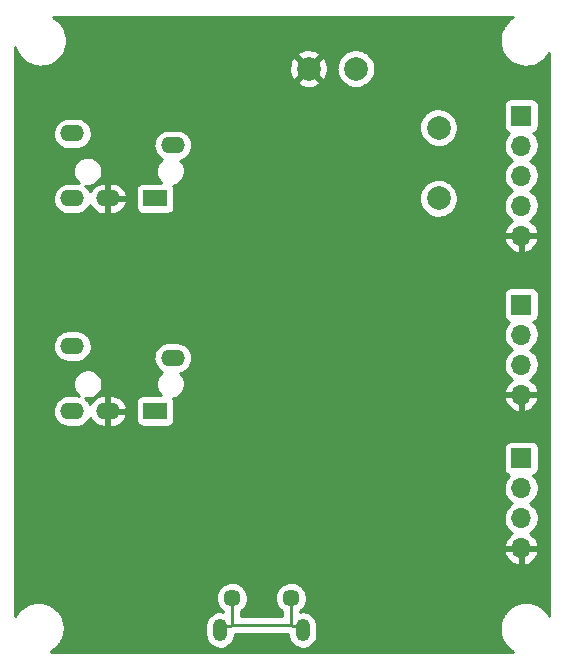
<source format=gbr>
G04 #@! TF.GenerationSoftware,KiCad,Pcbnew,6.0.0-unknown-ea0edab~86~ubuntu18.04.1*
G04 #@! TF.CreationDate,2019-07-07T14:50:01+02:00*
G04 #@! TF.ProjectId,interface,696e7465-7266-4616-9365-2e6b69636164,rev?*
G04 #@! TF.SameCoordinates,Original*
G04 #@! TF.FileFunction,Copper,L2,Bot*
G04 #@! TF.FilePolarity,Positive*
%FSLAX46Y46*%
G04 Gerber Fmt 4.6, Leading zero omitted, Abs format (unit mm)*
G04 Created by KiCad (PCBNEW 6.0.0-unknown-ea0edab~86~ubuntu18.04.1) date 2019-07-07 14:50:01*
%MOMM*%
%LPD*%
G04 APERTURE LIST*
%ADD10O,1.700000X1.700000*%
%ADD11R,1.700000X1.700000*%
%ADD12C,2.000000*%
%ADD13O,2.000000X1.400000*%
%ADD14R,2.000000X1.400000*%
%ADD15O,1.200000X1.900000*%
%ADD16C,1.450000*%
%ADD17C,0.800000*%
%ADD18C,0.250000*%
%ADD19C,0.254000*%
G04 APERTURE END LIST*
D10*
X125000000Y-110620000D03*
X125000000Y-108080000D03*
X125000000Y-105540000D03*
D11*
X125000000Y-103000000D03*
D12*
X107000000Y-70000000D03*
X111000000Y-70000000D03*
X118000000Y-81000000D03*
X118000000Y-75000000D03*
D13*
X87000000Y-99000000D03*
X90000000Y-99000000D03*
D14*
X94000000Y-99000000D03*
D13*
X95500000Y-94500000D03*
X87000000Y-93500000D03*
X87000000Y-81000000D03*
X90000000Y-81000000D03*
D14*
X94000000Y-81000000D03*
D13*
X95500000Y-76500000D03*
X87000000Y-75500000D03*
D15*
X106500000Y-117537500D03*
X99500000Y-117537500D03*
D16*
X105500000Y-114837500D03*
X100500000Y-114837500D03*
D10*
X125000000Y-97620000D03*
X125000000Y-95080000D03*
X125000000Y-92540000D03*
D11*
X125000000Y-90000000D03*
D10*
X125000000Y-84160000D03*
X125000000Y-81620000D03*
X125000000Y-79080000D03*
X125000000Y-76540000D03*
D11*
X125000000Y-74000000D03*
D17*
X111800000Y-77600000D03*
X111800000Y-81000000D03*
X106400000Y-108000000D03*
D18*
X100500000Y-117087500D02*
X105500000Y-117087500D01*
X100500000Y-114537500D02*
X100500000Y-117087500D01*
X100350000Y-117237500D02*
X99500000Y-117237500D01*
X100500000Y-117087500D02*
X100350000Y-117237500D01*
X105500000Y-114537500D02*
X105500000Y-117087500D01*
X105500000Y-117087500D02*
X105650000Y-117237500D01*
X105650000Y-117237500D02*
X106500000Y-117237500D01*
D19*
G36*
X124257269Y-65673815D02*
G01*
X124242445Y-65682687D01*
X124006428Y-65846723D01*
X123992946Y-65857525D01*
X123781375Y-66052074D01*
X123769483Y-66064605D01*
X123586273Y-66286068D01*
X123576191Y-66300098D01*
X123424733Y-66544376D01*
X123416650Y-66559643D01*
X123299744Y-66822217D01*
X123293807Y-66838441D01*
X123213619Y-67114451D01*
X123209938Y-67131330D01*
X123167950Y-67415669D01*
X123166595Y-67432892D01*
X123164899Y-67594841D01*
X123163586Y-67720298D01*
X123164580Y-67737545D01*
X123200603Y-68022701D01*
X123203929Y-68039654D01*
X123278320Y-68317283D01*
X123283916Y-68333627D01*
X123395296Y-68598591D01*
X123403059Y-68614025D01*
X123549369Y-68861422D01*
X123559154Y-68875660D01*
X123737686Y-69100911D01*
X123749313Y-69113689D01*
X123956763Y-69312626D01*
X123970016Y-69323707D01*
X124202546Y-69492650D01*
X124217181Y-69501830D01*
X124470487Y-69637652D01*
X124486233Y-69644762D01*
X124755629Y-69744949D01*
X124772193Y-69749855D01*
X125052693Y-69812554D01*
X125069770Y-69815168D01*
X125356185Y-69839219D01*
X125373458Y-69839490D01*
X125660486Y-69824448D01*
X125677638Y-69822372D01*
X125959970Y-69768514D01*
X125976680Y-69764131D01*
X126249089Y-69672455D01*
X126265050Y-69665843D01*
X126522498Y-69538045D01*
X126537413Y-69529329D01*
X126775135Y-69367774D01*
X126788731Y-69357114D01*
X127002327Y-69164791D01*
X127014349Y-69152385D01*
X127199868Y-68932852D01*
X127210095Y-68918929D01*
X127364104Y-68676251D01*
X127365001Y-68674599D01*
X127365000Y-116330091D01*
X127237320Y-116119267D01*
X127227386Y-116105133D01*
X127046505Y-115881764D01*
X127034745Y-115869109D01*
X126825223Y-115672355D01*
X126811855Y-115661413D01*
X126577569Y-115494914D01*
X126562839Y-115485887D01*
X126308125Y-115352726D01*
X126292306Y-115345782D01*
X126021875Y-115248421D01*
X126005260Y-115243688D01*
X125724119Y-115183929D01*
X125707015Y-115181495D01*
X125420364Y-115160445D01*
X125403089Y-115160355D01*
X125116234Y-115178402D01*
X125099105Y-115180657D01*
X124817353Y-115237469D01*
X124800690Y-115242027D01*
X124529255Y-115336550D01*
X124513364Y-115343328D01*
X124257269Y-115473815D01*
X124242445Y-115482687D01*
X124006428Y-115646723D01*
X123992946Y-115657525D01*
X123781375Y-115852074D01*
X123769483Y-115864605D01*
X123586273Y-116086068D01*
X123576191Y-116100098D01*
X123424733Y-116344376D01*
X123416650Y-116359643D01*
X123299744Y-116622217D01*
X123293807Y-116638441D01*
X123213619Y-116914451D01*
X123209938Y-116931330D01*
X123167950Y-117215669D01*
X123166595Y-117232892D01*
X123164899Y-117394841D01*
X123163586Y-117520298D01*
X123164580Y-117537545D01*
X123200603Y-117822701D01*
X123203929Y-117839654D01*
X123278320Y-118117283D01*
X123283916Y-118133627D01*
X123395296Y-118398591D01*
X123403059Y-118414025D01*
X123549369Y-118661422D01*
X123559154Y-118675660D01*
X123737686Y-118900911D01*
X123749313Y-118913689D01*
X123956763Y-119112626D01*
X123970016Y-119123707D01*
X124202546Y-119292650D01*
X124217181Y-119301830D01*
X124334992Y-119365000D01*
X85168197Y-119365000D01*
X85222498Y-119338045D01*
X85237413Y-119329329D01*
X85475135Y-119167774D01*
X85488731Y-119157114D01*
X85702327Y-118964791D01*
X85714349Y-118952385D01*
X85899868Y-118732852D01*
X85910095Y-118718929D01*
X86064104Y-118476251D01*
X86072348Y-118461068D01*
X86191996Y-118199733D01*
X86198103Y-118183573D01*
X86281177Y-117908418D01*
X86285033Y-117891578D01*
X86329996Y-117607694D01*
X86331553Y-117589157D01*
X86335025Y-117257619D01*
X86333857Y-117239053D01*
X86322035Y-117152746D01*
X98265000Y-117152746D01*
X98265000Y-117940313D01*
X98265574Y-117952375D01*
X98280616Y-118110032D01*
X98285178Y-118133721D01*
X98344695Y-118336597D01*
X98353654Y-118358996D01*
X98450461Y-118546959D01*
X98463494Y-118567260D01*
X98594096Y-118733524D01*
X98610732Y-118750994D01*
X98770419Y-118889563D01*
X98790059Y-118903572D01*
X98973067Y-119009445D01*
X98995002Y-119019487D01*
X99194729Y-119088844D01*
X99218166Y-119094558D01*
X99427404Y-119124896D01*
X99451500Y-119126074D01*
X99662700Y-119116299D01*
X99686583Y-119112900D01*
X99892124Y-119063364D01*
X99914934Y-119055510D01*
X100107400Y-118968001D01*
X100128313Y-118955976D01*
X100300761Y-118833651D01*
X100319023Y-118817887D01*
X100465227Y-118665160D01*
X100480179Y-118646228D01*
X100594865Y-118468610D01*
X100605967Y-118447192D01*
X100684998Y-118251092D01*
X100692890Y-118221844D01*
X100733686Y-117940478D01*
X100735000Y-117922254D01*
X100735000Y-117897192D01*
X100748325Y-117887511D01*
X100784364Y-117869148D01*
X100814161Y-117847500D01*
X105185839Y-117847500D01*
X105215636Y-117869148D01*
X105251675Y-117887511D01*
X105265000Y-117897192D01*
X105265000Y-117940314D01*
X105265574Y-117952376D01*
X105280616Y-118110033D01*
X105285178Y-118133722D01*
X105344696Y-118336598D01*
X105353655Y-118358997D01*
X105450462Y-118546959D01*
X105463495Y-118567260D01*
X105594097Y-118733524D01*
X105610733Y-118750994D01*
X105770420Y-118889563D01*
X105790060Y-118903572D01*
X105973068Y-119009445D01*
X105995003Y-119019487D01*
X106194730Y-119088844D01*
X106218167Y-119094558D01*
X106427405Y-119124896D01*
X106451501Y-119126074D01*
X106662701Y-119116299D01*
X106686584Y-119112900D01*
X106892125Y-119063364D01*
X106914935Y-119055510D01*
X107107401Y-118968001D01*
X107128314Y-118955975D01*
X107300761Y-118833650D01*
X107319023Y-118817887D01*
X107465227Y-118665160D01*
X107480179Y-118646228D01*
X107594865Y-118468610D01*
X107605967Y-118447192D01*
X107684998Y-118251091D01*
X107692890Y-118221843D01*
X107733686Y-117940477D01*
X107735000Y-117922253D01*
X107735000Y-117134686D01*
X107734426Y-117122624D01*
X107719384Y-116964967D01*
X107714822Y-116941278D01*
X107655305Y-116738402D01*
X107646346Y-116716003D01*
X107549539Y-116528041D01*
X107536506Y-116507740D01*
X107405904Y-116341476D01*
X107389268Y-116324006D01*
X107229581Y-116185437D01*
X107209941Y-116171428D01*
X107026932Y-116065555D01*
X107004997Y-116055513D01*
X106805270Y-115986156D01*
X106781833Y-115980442D01*
X106572595Y-115950104D01*
X106548499Y-115948926D01*
X106337299Y-115958701D01*
X106313416Y-115962100D01*
X106260000Y-115974973D01*
X106260000Y-115966481D01*
X106388468Y-115873144D01*
X106405482Y-115858301D01*
X106557823Y-115699442D01*
X106571941Y-115681821D01*
X106693742Y-115498495D01*
X106704516Y-115478652D01*
X106791928Y-115276655D01*
X106799018Y-115255217D01*
X106849277Y-115040933D01*
X106852588Y-115015258D01*
X106860038Y-114730775D01*
X106858075Y-114704960D01*
X106819099Y-114488340D01*
X106813141Y-114466561D01*
X106736420Y-114260266D01*
X106726699Y-114239887D01*
X106614660Y-114050438D01*
X106601484Y-114032101D01*
X106457666Y-113865487D01*
X106441452Y-113849775D01*
X106270403Y-113711262D01*
X106251662Y-113698668D01*
X106058788Y-113592634D01*
X106038112Y-113583558D01*
X105829508Y-113513356D01*
X105807554Y-113508085D01*
X105589816Y-113475932D01*
X105567274Y-113474633D01*
X105347284Y-113481546D01*
X105324868Y-113484258D01*
X105109578Y-113530019D01*
X105087997Y-113536659D01*
X104884214Y-113619822D01*
X104864150Y-113630177D01*
X104678314Y-113748112D01*
X104660401Y-113761858D01*
X104498386Y-113910838D01*
X104483190Y-113927538D01*
X104350118Y-114102854D01*
X104338119Y-114121981D01*
X104238196Y-114318090D01*
X104229774Y-114339040D01*
X104166159Y-114549746D01*
X104161581Y-114571856D01*
X104136283Y-114790496D01*
X104135692Y-114813067D01*
X104149512Y-115032732D01*
X104152927Y-115055052D01*
X104205428Y-115268798D01*
X104212742Y-115290160D01*
X104302265Y-115491231D01*
X104313246Y-115510959D01*
X104436960Y-115692999D01*
X104451261Y-115710472D01*
X104605256Y-115867727D01*
X104622425Y-115882391D01*
X104740001Y-115965948D01*
X104740001Y-116327500D01*
X101260000Y-116327500D01*
X101260000Y-115966481D01*
X101388468Y-115873144D01*
X101405482Y-115858301D01*
X101557823Y-115699442D01*
X101571941Y-115681821D01*
X101693742Y-115498495D01*
X101704516Y-115478652D01*
X101791928Y-115276655D01*
X101799018Y-115255217D01*
X101849277Y-115040933D01*
X101852588Y-115015258D01*
X101860038Y-114730775D01*
X101858075Y-114704960D01*
X101819099Y-114488340D01*
X101813141Y-114466561D01*
X101736420Y-114260266D01*
X101726699Y-114239887D01*
X101614660Y-114050438D01*
X101601484Y-114032101D01*
X101457666Y-113865487D01*
X101441452Y-113849775D01*
X101270403Y-113711262D01*
X101251662Y-113698668D01*
X101058788Y-113592634D01*
X101038112Y-113583558D01*
X100829508Y-113513356D01*
X100807554Y-113508085D01*
X100589816Y-113475932D01*
X100567274Y-113474633D01*
X100347284Y-113481546D01*
X100324868Y-113484258D01*
X100109578Y-113530019D01*
X100087997Y-113536659D01*
X99884214Y-113619822D01*
X99864150Y-113630177D01*
X99678314Y-113748112D01*
X99660401Y-113761858D01*
X99498386Y-113910838D01*
X99483190Y-113927538D01*
X99350118Y-114102854D01*
X99338119Y-114121981D01*
X99238196Y-114318090D01*
X99229774Y-114339040D01*
X99166159Y-114549746D01*
X99161581Y-114571856D01*
X99136283Y-114790496D01*
X99135692Y-114813067D01*
X99149512Y-115032732D01*
X99152927Y-115055052D01*
X99205428Y-115268798D01*
X99212742Y-115290160D01*
X99302265Y-115491231D01*
X99313246Y-115510959D01*
X99436960Y-115692999D01*
X99451261Y-115710472D01*
X99605256Y-115867727D01*
X99622425Y-115882391D01*
X99740001Y-115965948D01*
X99740001Y-115974377D01*
X99572596Y-115950104D01*
X99548500Y-115948926D01*
X99337300Y-115958701D01*
X99313417Y-115962100D01*
X99107876Y-116011636D01*
X99085066Y-116019490D01*
X98892600Y-116106999D01*
X98871687Y-116119025D01*
X98699240Y-116241350D01*
X98680978Y-116257113D01*
X98534774Y-116409840D01*
X98519822Y-116428772D01*
X98405136Y-116606390D01*
X98394034Y-116627807D01*
X98315002Y-116823907D01*
X98307110Y-116853156D01*
X98266314Y-117134522D01*
X98265000Y-117152746D01*
X86322035Y-117152746D01*
X86294849Y-116954290D01*
X86291346Y-116937373D01*
X86214053Y-116660538D01*
X86208286Y-116644253D01*
X86094137Y-116380470D01*
X86086213Y-116365118D01*
X85937320Y-116119267D01*
X85927386Y-116105133D01*
X85746505Y-115881764D01*
X85734745Y-115869109D01*
X85525223Y-115672355D01*
X85511855Y-115661413D01*
X85277569Y-115494914D01*
X85262839Y-115485887D01*
X85008125Y-115352726D01*
X84992306Y-115345782D01*
X84721875Y-115248421D01*
X84705260Y-115243688D01*
X84424119Y-115183929D01*
X84407015Y-115181495D01*
X84120364Y-115160445D01*
X84103089Y-115160355D01*
X83816234Y-115178402D01*
X83799105Y-115180657D01*
X83517353Y-115237469D01*
X83500690Y-115242027D01*
X83229255Y-115336550D01*
X83213364Y-115343328D01*
X82957269Y-115473815D01*
X82942445Y-115482687D01*
X82706428Y-115646723D01*
X82692946Y-115657525D01*
X82481375Y-115852074D01*
X82469483Y-115864605D01*
X82286273Y-116086068D01*
X82276191Y-116100098D01*
X82135000Y-116327817D01*
X82135000Y-110900079D01*
X123541401Y-110900079D01*
X123570282Y-111037725D01*
X123576453Y-111058295D01*
X123661104Y-111272646D01*
X123670652Y-111291881D01*
X123790209Y-111488905D01*
X123802862Y-111506257D01*
X123953906Y-111680320D01*
X123969302Y-111695292D01*
X124147515Y-111841417D01*
X124165213Y-111853580D01*
X124365498Y-111967589D01*
X124384993Y-111976597D01*
X124601624Y-112055230D01*
X124628269Y-112061750D01*
X124729313Y-112075143D01*
X124800028Y-112064179D01*
X124853589Y-112016724D01*
X124873000Y-111949244D01*
X124873000Y-110874000D01*
X125127000Y-110874000D01*
X125127000Y-111957100D01*
X125147161Y-112025761D01*
X125201242Y-112072623D01*
X125285905Y-112080027D01*
X125484610Y-112028454D01*
X125504866Y-112021321D01*
X125714992Y-111926666D01*
X125733757Y-111916222D01*
X125924930Y-111787517D01*
X125941666Y-111774060D01*
X126108420Y-111614984D01*
X126122650Y-111598901D01*
X126260218Y-111414003D01*
X126271534Y-111395751D01*
X126375982Y-111190317D01*
X126384062Y-111170420D01*
X126452403Y-110950326D01*
X126457014Y-110929353D01*
X126462139Y-110890688D01*
X126451175Y-110819973D01*
X126403720Y-110766411D01*
X126336240Y-110747000D01*
X125254000Y-110747000D01*
X125185339Y-110767161D01*
X125138477Y-110821242D01*
X125127000Y-110874000D01*
X124873000Y-110874000D01*
X124852839Y-110805339D01*
X124798758Y-110758477D01*
X124746000Y-110747000D01*
X123665694Y-110747000D01*
X123597033Y-110767161D01*
X123550171Y-110821242D01*
X123541401Y-110900079D01*
X82135000Y-110900079D01*
X82135000Y-102150000D01*
X123507163Y-102150000D01*
X123507163Y-103850000D01*
X123511490Y-103882870D01*
X123580599Y-104140789D01*
X123605984Y-104189553D01*
X123721138Y-104326788D01*
X123754926Y-104355139D01*
X123910073Y-104444713D01*
X123951520Y-104459799D01*
X123976325Y-104464173D01*
X123891580Y-104545016D01*
X123877350Y-104561099D01*
X123739782Y-104745997D01*
X123728466Y-104764249D01*
X123624018Y-104969683D01*
X123615938Y-104989580D01*
X123547597Y-105209674D01*
X123542986Y-105230648D01*
X123512705Y-105459111D01*
X123511693Y-105480563D01*
X123520339Y-105710862D01*
X123522957Y-105732176D01*
X123570282Y-105957725D01*
X123576453Y-105978295D01*
X123661104Y-106192646D01*
X123670652Y-106211881D01*
X123790209Y-106408905D01*
X123802862Y-106426257D01*
X123953906Y-106600320D01*
X123969302Y-106615292D01*
X124147515Y-106761417D01*
X124165213Y-106773580D01*
X124228164Y-106809414D01*
X124075070Y-106912483D01*
X124058334Y-106925940D01*
X123891580Y-107085016D01*
X123877350Y-107101099D01*
X123739782Y-107285997D01*
X123728466Y-107304249D01*
X123624018Y-107509683D01*
X123615938Y-107529580D01*
X123547597Y-107749674D01*
X123542986Y-107770648D01*
X123512705Y-107999111D01*
X123511693Y-108020563D01*
X123520339Y-108250862D01*
X123522957Y-108272176D01*
X123570282Y-108497725D01*
X123576453Y-108518295D01*
X123661104Y-108732646D01*
X123670652Y-108751881D01*
X123790209Y-108948905D01*
X123802862Y-108966257D01*
X123953906Y-109140320D01*
X123969302Y-109155292D01*
X124147515Y-109301417D01*
X124165213Y-109313580D01*
X124228164Y-109349414D01*
X124075070Y-109452483D01*
X124058334Y-109465940D01*
X123891580Y-109625016D01*
X123877350Y-109641099D01*
X123739782Y-109825997D01*
X123728466Y-109844249D01*
X123624018Y-110049683D01*
X123615938Y-110069580D01*
X123547597Y-110289674D01*
X123542986Y-110310647D01*
X123537861Y-110349312D01*
X123548825Y-110420027D01*
X123596280Y-110473589D01*
X123663760Y-110493000D01*
X126334306Y-110493000D01*
X126402967Y-110472839D01*
X126449829Y-110418758D01*
X126458599Y-110339921D01*
X126429718Y-110202275D01*
X126423547Y-110181705D01*
X126338896Y-109967354D01*
X126329348Y-109948119D01*
X126209791Y-109751095D01*
X126197138Y-109733743D01*
X126046094Y-109559680D01*
X126030698Y-109544708D01*
X125852485Y-109398583D01*
X125834787Y-109386420D01*
X125771836Y-109350586D01*
X125924930Y-109247517D01*
X125941666Y-109234060D01*
X126108420Y-109074984D01*
X126122650Y-109058901D01*
X126260218Y-108874003D01*
X126271534Y-108855751D01*
X126375982Y-108650317D01*
X126384062Y-108630420D01*
X126452403Y-108410326D01*
X126457014Y-108389352D01*
X126487295Y-108160889D01*
X126488307Y-108139437D01*
X126479661Y-107909138D01*
X126477043Y-107887824D01*
X126429718Y-107662275D01*
X126423547Y-107641705D01*
X126338896Y-107427354D01*
X126329348Y-107408119D01*
X126209791Y-107211095D01*
X126197138Y-107193743D01*
X126046094Y-107019680D01*
X126030698Y-107004708D01*
X125852485Y-106858583D01*
X125834787Y-106846420D01*
X125771836Y-106810586D01*
X125924930Y-106707517D01*
X125941666Y-106694060D01*
X126108420Y-106534984D01*
X126122650Y-106518901D01*
X126260218Y-106334003D01*
X126271534Y-106315751D01*
X126375982Y-106110317D01*
X126384062Y-106090420D01*
X126452403Y-105870326D01*
X126457014Y-105849352D01*
X126487295Y-105620889D01*
X126488307Y-105599437D01*
X126479661Y-105369138D01*
X126477043Y-105347824D01*
X126429718Y-105122275D01*
X126423547Y-105101705D01*
X126338896Y-104887354D01*
X126329348Y-104868119D01*
X126209791Y-104671095D01*
X126197138Y-104653743D01*
X126046094Y-104479680D01*
X126030698Y-104464708D01*
X126016167Y-104452793D01*
X126140789Y-104419401D01*
X126189553Y-104394016D01*
X126326788Y-104278862D01*
X126355139Y-104245074D01*
X126444713Y-104089927D01*
X126459799Y-104048480D01*
X126490908Y-103872053D01*
X126492837Y-103850000D01*
X126492837Y-102150000D01*
X126488510Y-102117130D01*
X126419401Y-101859212D01*
X126394016Y-101810448D01*
X126278862Y-101673212D01*
X126245074Y-101644861D01*
X126089927Y-101555287D01*
X126048480Y-101540201D01*
X125872053Y-101509092D01*
X125850000Y-101507163D01*
X124150000Y-101507163D01*
X124117130Y-101511490D01*
X123859212Y-101580599D01*
X123810448Y-101605984D01*
X123673212Y-101721138D01*
X123644861Y-101754926D01*
X123555287Y-101910073D01*
X123540201Y-101951520D01*
X123509092Y-102127947D01*
X123507163Y-102150000D01*
X82135000Y-102150000D01*
X82135000Y-99030787D01*
X85360927Y-99030787D01*
X85361636Y-99053355D01*
X85387542Y-99267429D01*
X85392236Y-99289515D01*
X85455642Y-99495619D01*
X85464174Y-99516525D01*
X85563076Y-99708144D01*
X85575174Y-99727208D01*
X85706445Y-99898284D01*
X85721729Y-99914904D01*
X85881221Y-100060030D01*
X85899205Y-100073681D01*
X86081875Y-100188270D01*
X86101994Y-100198521D01*
X86302070Y-100278951D01*
X86330887Y-100286754D01*
X86648387Y-100333638D01*
X86666939Y-100335000D01*
X87354701Y-100335000D01*
X87365991Y-100334497D01*
X87526073Y-100320210D01*
X87548295Y-100316212D01*
X87756289Y-100259311D01*
X87777452Y-100251441D01*
X87972082Y-100158608D01*
X87991517Y-100147114D01*
X88166632Y-100021281D01*
X88183724Y-100006527D01*
X88333788Y-99851672D01*
X88347997Y-99834125D01*
X88468268Y-99655144D01*
X88479146Y-99635357D01*
X88500454Y-99586816D01*
X88563076Y-99708144D01*
X88575174Y-99727208D01*
X88706445Y-99898284D01*
X88721729Y-99914904D01*
X88881221Y-100060030D01*
X88899205Y-100073681D01*
X89081875Y-100188270D01*
X89101994Y-100198521D01*
X89302070Y-100278951D01*
X89330887Y-100286754D01*
X89648387Y-100333638D01*
X89666939Y-100335000D01*
X89746000Y-100335000D01*
X89814661Y-100314839D01*
X89861523Y-100260758D01*
X89873000Y-100208000D01*
X89873000Y-99254000D01*
X90127000Y-99254000D01*
X90127000Y-100208000D01*
X90147161Y-100276661D01*
X90201242Y-100323523D01*
X90254000Y-100335000D01*
X90354701Y-100335000D01*
X90365991Y-100334497D01*
X90526073Y-100320210D01*
X90548295Y-100316212D01*
X90756289Y-100259311D01*
X90777452Y-100251441D01*
X90972082Y-100158608D01*
X90991517Y-100147114D01*
X91166632Y-100021281D01*
X91183724Y-100006527D01*
X91333788Y-99851672D01*
X91347997Y-99834125D01*
X91468268Y-99655144D01*
X91479146Y-99635357D01*
X91565820Y-99437907D01*
X91573022Y-99416508D01*
X91604919Y-99283648D01*
X91601344Y-99212177D01*
X91559696Y-99153985D01*
X91481428Y-99127000D01*
X90254000Y-99127000D01*
X90185339Y-99147161D01*
X90138477Y-99201242D01*
X90127000Y-99254000D01*
X89873000Y-99254000D01*
X89873000Y-97792000D01*
X90127000Y-97792000D01*
X90127000Y-98746000D01*
X90147161Y-98814661D01*
X90201242Y-98861523D01*
X90254000Y-98873000D01*
X91485816Y-98873000D01*
X91554477Y-98852839D01*
X91601339Y-98798758D01*
X91607202Y-98708657D01*
X91544358Y-98504381D01*
X91535826Y-98483475D01*
X91441128Y-98300000D01*
X92357163Y-98300000D01*
X92357163Y-99700000D01*
X92361490Y-99732870D01*
X92430599Y-99990789D01*
X92455984Y-100039553D01*
X92571138Y-100176788D01*
X92604926Y-100205139D01*
X92760073Y-100294713D01*
X92801520Y-100309799D01*
X92977947Y-100340908D01*
X93000000Y-100342837D01*
X95000000Y-100342837D01*
X95032870Y-100338510D01*
X95290789Y-100269401D01*
X95339553Y-100244016D01*
X95476788Y-100128862D01*
X95505139Y-100095074D01*
X95594713Y-99939927D01*
X95609799Y-99898480D01*
X95640908Y-99722053D01*
X95642837Y-99700000D01*
X95642837Y-98300000D01*
X95638510Y-98267130D01*
X95569401Y-98009212D01*
X95544016Y-97960448D01*
X95509694Y-97919544D01*
X95591717Y-97900079D01*
X123541401Y-97900079D01*
X123570282Y-98037725D01*
X123576453Y-98058295D01*
X123661104Y-98272646D01*
X123670652Y-98291881D01*
X123790209Y-98488905D01*
X123802862Y-98506257D01*
X123953906Y-98680320D01*
X123969302Y-98695292D01*
X124147515Y-98841417D01*
X124165213Y-98853580D01*
X124365498Y-98967589D01*
X124384993Y-98976597D01*
X124601624Y-99055230D01*
X124628269Y-99061750D01*
X124729313Y-99075143D01*
X124800028Y-99064179D01*
X124853589Y-99016724D01*
X124873000Y-98949244D01*
X124873000Y-97874000D01*
X125127000Y-97874000D01*
X125127000Y-98957100D01*
X125147161Y-99025761D01*
X125201242Y-99072623D01*
X125285905Y-99080027D01*
X125484610Y-99028454D01*
X125504866Y-99021321D01*
X125714992Y-98926666D01*
X125733757Y-98916222D01*
X125924930Y-98787517D01*
X125941666Y-98774060D01*
X126108420Y-98614984D01*
X126122650Y-98598901D01*
X126260218Y-98414003D01*
X126271534Y-98395751D01*
X126375982Y-98190317D01*
X126384062Y-98170420D01*
X126452403Y-97950326D01*
X126457014Y-97929353D01*
X126462139Y-97890688D01*
X126451175Y-97819973D01*
X126403720Y-97766411D01*
X126336240Y-97747000D01*
X125254000Y-97747000D01*
X125185339Y-97767161D01*
X125138477Y-97821242D01*
X125127000Y-97874000D01*
X124873000Y-97874000D01*
X124852839Y-97805339D01*
X124798758Y-97758477D01*
X124746000Y-97747000D01*
X123665694Y-97747000D01*
X123597033Y-97767161D01*
X123550171Y-97821242D01*
X123541401Y-97900079D01*
X95591717Y-97900079D01*
X95688018Y-97877226D01*
X95710855Y-97869452D01*
X95903626Y-97782615D01*
X95924581Y-97770662D01*
X96097453Y-97648940D01*
X96115770Y-97633241D01*
X96262506Y-97481025D01*
X96277524Y-97462145D01*
X96392830Y-97284929D01*
X96404006Y-97263550D01*
X96483721Y-97067726D01*
X96490654Y-97044619D01*
X96531901Y-96837256D01*
X96534340Y-96812923D01*
X96535098Y-96595697D01*
X96532829Y-96571348D01*
X96493031Y-96363701D01*
X96486260Y-96340546D01*
X96407914Y-96144171D01*
X96396887Y-96122715D01*
X96282821Y-95944698D01*
X96267935Y-95925714D01*
X96139993Y-95791126D01*
X96256289Y-95759311D01*
X96277452Y-95751441D01*
X96472082Y-95658608D01*
X96491517Y-95647114D01*
X96666632Y-95521281D01*
X96683724Y-95506527D01*
X96833788Y-95351672D01*
X96847997Y-95334125D01*
X96968268Y-95155144D01*
X96979146Y-95135357D01*
X97065820Y-94937907D01*
X97073022Y-94916508D01*
X97123362Y-94706829D01*
X97126660Y-94684492D01*
X97139073Y-94469213D01*
X97138364Y-94446645D01*
X97112458Y-94232571D01*
X97107764Y-94210485D01*
X97044358Y-94004381D01*
X97035826Y-93983475D01*
X96936924Y-93791856D01*
X96924826Y-93772792D01*
X96793555Y-93601716D01*
X96778271Y-93585096D01*
X96618779Y-93439970D01*
X96600795Y-93426319D01*
X96418125Y-93311730D01*
X96398006Y-93301479D01*
X96197930Y-93221049D01*
X96169113Y-93213246D01*
X95851613Y-93166362D01*
X95833061Y-93165000D01*
X95145299Y-93165000D01*
X95134009Y-93165503D01*
X94973927Y-93179790D01*
X94951705Y-93183788D01*
X94743711Y-93240689D01*
X94722548Y-93248559D01*
X94527918Y-93341392D01*
X94508483Y-93352886D01*
X94333368Y-93478719D01*
X94316276Y-93493473D01*
X94166212Y-93648328D01*
X94152003Y-93665875D01*
X94031732Y-93844856D01*
X94020854Y-93864643D01*
X93934180Y-94062093D01*
X93926978Y-94083492D01*
X93876638Y-94293171D01*
X93873340Y-94315508D01*
X93860927Y-94530787D01*
X93861636Y-94553355D01*
X93887542Y-94767429D01*
X93892236Y-94789515D01*
X93955642Y-94995619D01*
X93964174Y-95016525D01*
X94063076Y-95208144D01*
X94075174Y-95227208D01*
X94206445Y-95398284D01*
X94221729Y-95414904D01*
X94381221Y-95560030D01*
X94399205Y-95573681D01*
X94581875Y-95688270D01*
X94583102Y-95688895D01*
X94573921Y-95695396D01*
X94413752Y-95833407D01*
X94397055Y-95850819D01*
X94265872Y-96016627D01*
X94252769Y-96036882D01*
X94155307Y-96224504D01*
X94146269Y-96246872D01*
X94086044Y-96449540D01*
X94081400Y-96473213D01*
X94060585Y-96683612D01*
X94060501Y-96707736D01*
X94079847Y-96918275D01*
X94084326Y-96941979D01*
X94143135Y-97145062D01*
X94152015Y-97167492D01*
X94248164Y-97355790D01*
X94261126Y-97376137D01*
X94391148Y-97542857D01*
X94407724Y-97560385D01*
X94518467Y-97657163D01*
X93000000Y-97657163D01*
X92967130Y-97661490D01*
X92709212Y-97730599D01*
X92660448Y-97755984D01*
X92523212Y-97871138D01*
X92494861Y-97904926D01*
X92405287Y-98060073D01*
X92390201Y-98101520D01*
X92359092Y-98277947D01*
X92357163Y-98300000D01*
X91441128Y-98300000D01*
X91436924Y-98291856D01*
X91424826Y-98272792D01*
X91293555Y-98101716D01*
X91278271Y-98085096D01*
X91118779Y-97939970D01*
X91100795Y-97926319D01*
X90918125Y-97811730D01*
X90898006Y-97801479D01*
X90697930Y-97721049D01*
X90669113Y-97713246D01*
X90351613Y-97666362D01*
X90333061Y-97665000D01*
X90254000Y-97665000D01*
X90185339Y-97685161D01*
X90138477Y-97739242D01*
X90127000Y-97792000D01*
X89873000Y-97792000D01*
X89852839Y-97723339D01*
X89798758Y-97676477D01*
X89746000Y-97665000D01*
X89645299Y-97665000D01*
X89634009Y-97665503D01*
X89473927Y-97679790D01*
X89451705Y-97683788D01*
X89243711Y-97740689D01*
X89222548Y-97748559D01*
X89027918Y-97841392D01*
X89008483Y-97852886D01*
X88833368Y-97978719D01*
X88816276Y-97993473D01*
X88666212Y-98148328D01*
X88652003Y-98165875D01*
X88531732Y-98344856D01*
X88520854Y-98364643D01*
X88499546Y-98413184D01*
X88436924Y-98291856D01*
X88424826Y-98272792D01*
X88293555Y-98101716D01*
X88278271Y-98085096D01*
X88118779Y-97939970D01*
X88100795Y-97926319D01*
X88085439Y-97916686D01*
X88223085Y-97937135D01*
X88247177Y-97938398D01*
X88458410Y-97929360D01*
X88482305Y-97926044D01*
X88688018Y-97877226D01*
X88710855Y-97869452D01*
X88903626Y-97782615D01*
X88924581Y-97770662D01*
X89097453Y-97648940D01*
X89115770Y-97633241D01*
X89262506Y-97481025D01*
X89277524Y-97462145D01*
X89392830Y-97284929D01*
X89404006Y-97263550D01*
X89483721Y-97067726D01*
X89490654Y-97044619D01*
X89531901Y-96837256D01*
X89534340Y-96812923D01*
X89535098Y-96595697D01*
X89532829Y-96571348D01*
X89493031Y-96363701D01*
X89486260Y-96340546D01*
X89407914Y-96144171D01*
X89396887Y-96122715D01*
X89282821Y-95944698D01*
X89267935Y-95925714D01*
X89122265Y-95772478D01*
X89104059Y-95756651D01*
X88932041Y-95633725D01*
X88911170Y-95621626D01*
X88719010Y-95533445D01*
X88696227Y-95525512D01*
X88490860Y-95475259D01*
X88466988Y-95471776D01*
X88255823Y-95461264D01*
X88231725Y-95462358D01*
X88022382Y-95491965D01*
X87998923Y-95497597D01*
X87798956Y-95566257D01*
X87776987Y-95576223D01*
X87593610Y-95681456D01*
X87573921Y-95695396D01*
X87413752Y-95833407D01*
X87397055Y-95850819D01*
X87265872Y-96016627D01*
X87252769Y-96036882D01*
X87155307Y-96224504D01*
X87146269Y-96246872D01*
X87086044Y-96449540D01*
X87081400Y-96473213D01*
X87060585Y-96683612D01*
X87060501Y-96707736D01*
X87079847Y-96918275D01*
X87084326Y-96941979D01*
X87143135Y-97145062D01*
X87152015Y-97167492D01*
X87248164Y-97355790D01*
X87261126Y-97376137D01*
X87391148Y-97542857D01*
X87407724Y-97560385D01*
X87565061Y-97697881D01*
X87351613Y-97666362D01*
X87333061Y-97665000D01*
X86645299Y-97665000D01*
X86634009Y-97665503D01*
X86473927Y-97679790D01*
X86451705Y-97683788D01*
X86243711Y-97740689D01*
X86222548Y-97748559D01*
X86027918Y-97841392D01*
X86008483Y-97852886D01*
X85833368Y-97978719D01*
X85816276Y-97993473D01*
X85666212Y-98148328D01*
X85652003Y-98165875D01*
X85531732Y-98344856D01*
X85520854Y-98364643D01*
X85434180Y-98562093D01*
X85426978Y-98583492D01*
X85376638Y-98793171D01*
X85373340Y-98815508D01*
X85360927Y-99030787D01*
X82135000Y-99030787D01*
X82135000Y-93530787D01*
X85360927Y-93530787D01*
X85361636Y-93553355D01*
X85387542Y-93767429D01*
X85392236Y-93789515D01*
X85455642Y-93995619D01*
X85464174Y-94016525D01*
X85563076Y-94208144D01*
X85575174Y-94227208D01*
X85706445Y-94398284D01*
X85721729Y-94414904D01*
X85881221Y-94560030D01*
X85899205Y-94573681D01*
X86081875Y-94688270D01*
X86101994Y-94698521D01*
X86302070Y-94778951D01*
X86330887Y-94786754D01*
X86648387Y-94833638D01*
X86666939Y-94835000D01*
X87354701Y-94835000D01*
X87365991Y-94834497D01*
X87526073Y-94820210D01*
X87548295Y-94816212D01*
X87756289Y-94759311D01*
X87777452Y-94751441D01*
X87972082Y-94658608D01*
X87991517Y-94647114D01*
X88166632Y-94521281D01*
X88183724Y-94506527D01*
X88333788Y-94351672D01*
X88347997Y-94334125D01*
X88468268Y-94155144D01*
X88479146Y-94135357D01*
X88565820Y-93937907D01*
X88573022Y-93916508D01*
X88623362Y-93706829D01*
X88626660Y-93684492D01*
X88639073Y-93469213D01*
X88638364Y-93446645D01*
X88612458Y-93232571D01*
X88607764Y-93210485D01*
X88544358Y-93004381D01*
X88535826Y-92983475D01*
X88436924Y-92791856D01*
X88424826Y-92772792D01*
X88293555Y-92601716D01*
X88278271Y-92585096D01*
X88118779Y-92439970D01*
X88100795Y-92426319D01*
X87918125Y-92311730D01*
X87898006Y-92301479D01*
X87697930Y-92221049D01*
X87669113Y-92213246D01*
X87351613Y-92166362D01*
X87333061Y-92165000D01*
X86645299Y-92165000D01*
X86634009Y-92165503D01*
X86473927Y-92179790D01*
X86451705Y-92183788D01*
X86243711Y-92240689D01*
X86222548Y-92248559D01*
X86027918Y-92341392D01*
X86008483Y-92352886D01*
X85833368Y-92478719D01*
X85816276Y-92493473D01*
X85666212Y-92648328D01*
X85652003Y-92665875D01*
X85531732Y-92844856D01*
X85520854Y-92864643D01*
X85434180Y-93062093D01*
X85426978Y-93083492D01*
X85376638Y-93293171D01*
X85373340Y-93315508D01*
X85360927Y-93530787D01*
X82135000Y-93530787D01*
X82135000Y-89150000D01*
X123507163Y-89150000D01*
X123507163Y-90850000D01*
X123511490Y-90882870D01*
X123580599Y-91140789D01*
X123605984Y-91189553D01*
X123721138Y-91326788D01*
X123754926Y-91355139D01*
X123910073Y-91444713D01*
X123951520Y-91459799D01*
X123976325Y-91464173D01*
X123891580Y-91545016D01*
X123877350Y-91561099D01*
X123739782Y-91745997D01*
X123728466Y-91764249D01*
X123624018Y-91969683D01*
X123615938Y-91989580D01*
X123547597Y-92209674D01*
X123542986Y-92230648D01*
X123512705Y-92459111D01*
X123511693Y-92480563D01*
X123520339Y-92710862D01*
X123522957Y-92732176D01*
X123570282Y-92957725D01*
X123576453Y-92978295D01*
X123661104Y-93192646D01*
X123670652Y-93211881D01*
X123790209Y-93408905D01*
X123802862Y-93426257D01*
X123953906Y-93600320D01*
X123969302Y-93615292D01*
X124147515Y-93761417D01*
X124165213Y-93773580D01*
X124228164Y-93809414D01*
X124075070Y-93912483D01*
X124058334Y-93925940D01*
X123891580Y-94085016D01*
X123877350Y-94101099D01*
X123739782Y-94285997D01*
X123728466Y-94304249D01*
X123624018Y-94509683D01*
X123615938Y-94529580D01*
X123547597Y-94749674D01*
X123542986Y-94770648D01*
X123512705Y-94999111D01*
X123511693Y-95020563D01*
X123520339Y-95250862D01*
X123522957Y-95272176D01*
X123570282Y-95497725D01*
X123576453Y-95518295D01*
X123661104Y-95732646D01*
X123670652Y-95751881D01*
X123790209Y-95948905D01*
X123802862Y-95966257D01*
X123953906Y-96140320D01*
X123969302Y-96155292D01*
X124147515Y-96301417D01*
X124165213Y-96313580D01*
X124228164Y-96349414D01*
X124075070Y-96452483D01*
X124058334Y-96465940D01*
X123891580Y-96625016D01*
X123877350Y-96641099D01*
X123739782Y-96825997D01*
X123728466Y-96844249D01*
X123624018Y-97049683D01*
X123615938Y-97069580D01*
X123547597Y-97289674D01*
X123542986Y-97310647D01*
X123537861Y-97349312D01*
X123548825Y-97420027D01*
X123596280Y-97473589D01*
X123663760Y-97493000D01*
X126334306Y-97493000D01*
X126402967Y-97472839D01*
X126449829Y-97418758D01*
X126458599Y-97339921D01*
X126429718Y-97202275D01*
X126423547Y-97181705D01*
X126338896Y-96967354D01*
X126329348Y-96948119D01*
X126209791Y-96751095D01*
X126197138Y-96733743D01*
X126046094Y-96559680D01*
X126030698Y-96544708D01*
X125852485Y-96398583D01*
X125834787Y-96386420D01*
X125771836Y-96350586D01*
X125924930Y-96247517D01*
X125941666Y-96234060D01*
X126108420Y-96074984D01*
X126122650Y-96058901D01*
X126260218Y-95874003D01*
X126271534Y-95855751D01*
X126375982Y-95650317D01*
X126384062Y-95630420D01*
X126452403Y-95410326D01*
X126457014Y-95389352D01*
X126487295Y-95160889D01*
X126488307Y-95139437D01*
X126479661Y-94909138D01*
X126477043Y-94887824D01*
X126429718Y-94662275D01*
X126423547Y-94641705D01*
X126338896Y-94427354D01*
X126329348Y-94408119D01*
X126209791Y-94211095D01*
X126197138Y-94193743D01*
X126046094Y-94019680D01*
X126030698Y-94004708D01*
X125852485Y-93858583D01*
X125834787Y-93846420D01*
X125771836Y-93810586D01*
X125924930Y-93707517D01*
X125941666Y-93694060D01*
X126108420Y-93534984D01*
X126122650Y-93518901D01*
X126260218Y-93334003D01*
X126271534Y-93315751D01*
X126375982Y-93110317D01*
X126384062Y-93090420D01*
X126452403Y-92870326D01*
X126457014Y-92849352D01*
X126487295Y-92620889D01*
X126488307Y-92599437D01*
X126479661Y-92369138D01*
X126477043Y-92347824D01*
X126429718Y-92122275D01*
X126423547Y-92101705D01*
X126338896Y-91887354D01*
X126329348Y-91868119D01*
X126209791Y-91671095D01*
X126197138Y-91653743D01*
X126046094Y-91479680D01*
X126030698Y-91464708D01*
X126016167Y-91452793D01*
X126140789Y-91419401D01*
X126189553Y-91394016D01*
X126326788Y-91278862D01*
X126355139Y-91245074D01*
X126444713Y-91089927D01*
X126459799Y-91048480D01*
X126490908Y-90872053D01*
X126492837Y-90850000D01*
X126492837Y-89150000D01*
X126488510Y-89117130D01*
X126419401Y-88859212D01*
X126394016Y-88810448D01*
X126278862Y-88673212D01*
X126245074Y-88644861D01*
X126089927Y-88555287D01*
X126048480Y-88540201D01*
X125872053Y-88509092D01*
X125850000Y-88507163D01*
X124150000Y-88507163D01*
X124117130Y-88511490D01*
X123859212Y-88580599D01*
X123810448Y-88605984D01*
X123673212Y-88721138D01*
X123644861Y-88754926D01*
X123555287Y-88910073D01*
X123540201Y-88951520D01*
X123509092Y-89127947D01*
X123507163Y-89150000D01*
X82135000Y-89150000D01*
X82135000Y-84440079D01*
X123541401Y-84440079D01*
X123570282Y-84577725D01*
X123576453Y-84598295D01*
X123661104Y-84812646D01*
X123670652Y-84831881D01*
X123790209Y-85028905D01*
X123802862Y-85046257D01*
X123953906Y-85220320D01*
X123969302Y-85235292D01*
X124147515Y-85381417D01*
X124165213Y-85393580D01*
X124365498Y-85507589D01*
X124384993Y-85516597D01*
X124601624Y-85595230D01*
X124628269Y-85601750D01*
X124729313Y-85615143D01*
X124800028Y-85604179D01*
X124853589Y-85556724D01*
X124873000Y-85489244D01*
X124873000Y-84414000D01*
X125127000Y-84414000D01*
X125127000Y-85497100D01*
X125147161Y-85565761D01*
X125201242Y-85612623D01*
X125285905Y-85620027D01*
X125484610Y-85568454D01*
X125504866Y-85561321D01*
X125714992Y-85466666D01*
X125733757Y-85456222D01*
X125924930Y-85327517D01*
X125941666Y-85314060D01*
X126108420Y-85154984D01*
X126122650Y-85138901D01*
X126260218Y-84954003D01*
X126271534Y-84935751D01*
X126375982Y-84730317D01*
X126384062Y-84710420D01*
X126452403Y-84490326D01*
X126457014Y-84469353D01*
X126462139Y-84430688D01*
X126451175Y-84359973D01*
X126403720Y-84306411D01*
X126336240Y-84287000D01*
X125254000Y-84287000D01*
X125185339Y-84307161D01*
X125138477Y-84361242D01*
X125127000Y-84414000D01*
X124873000Y-84414000D01*
X124852839Y-84345339D01*
X124798758Y-84298477D01*
X124746000Y-84287000D01*
X123665694Y-84287000D01*
X123597033Y-84307161D01*
X123550171Y-84361242D01*
X123541401Y-84440079D01*
X82135000Y-84440079D01*
X82135000Y-81030787D01*
X85360927Y-81030787D01*
X85361636Y-81053355D01*
X85387542Y-81267429D01*
X85392236Y-81289515D01*
X85455642Y-81495619D01*
X85464174Y-81516525D01*
X85563076Y-81708144D01*
X85575174Y-81727208D01*
X85706445Y-81898284D01*
X85721729Y-81914904D01*
X85881221Y-82060030D01*
X85899205Y-82073681D01*
X86081875Y-82188270D01*
X86101994Y-82198521D01*
X86302070Y-82278951D01*
X86330887Y-82286754D01*
X86648387Y-82333638D01*
X86666939Y-82335000D01*
X87354701Y-82335000D01*
X87365991Y-82334497D01*
X87526073Y-82320210D01*
X87548295Y-82316212D01*
X87756289Y-82259311D01*
X87777452Y-82251441D01*
X87972082Y-82158608D01*
X87991517Y-82147114D01*
X88166632Y-82021281D01*
X88183724Y-82006527D01*
X88333788Y-81851672D01*
X88347997Y-81834125D01*
X88468268Y-81655144D01*
X88479146Y-81635357D01*
X88500454Y-81586816D01*
X88563076Y-81708144D01*
X88575174Y-81727208D01*
X88706445Y-81898284D01*
X88721729Y-81914904D01*
X88881221Y-82060030D01*
X88899205Y-82073681D01*
X89081875Y-82188270D01*
X89101994Y-82198521D01*
X89302070Y-82278951D01*
X89330887Y-82286754D01*
X89648387Y-82333638D01*
X89666939Y-82335000D01*
X89746000Y-82335000D01*
X89814661Y-82314839D01*
X89861523Y-82260758D01*
X89873000Y-82208000D01*
X89873000Y-81254000D01*
X90127000Y-81254000D01*
X90127000Y-82208000D01*
X90147161Y-82276661D01*
X90201242Y-82323523D01*
X90254000Y-82335000D01*
X90354701Y-82335000D01*
X90365991Y-82334497D01*
X90526073Y-82320210D01*
X90548295Y-82316212D01*
X90756289Y-82259311D01*
X90777452Y-82251441D01*
X90972082Y-82158608D01*
X90991517Y-82147114D01*
X91166632Y-82021281D01*
X91183724Y-82006527D01*
X91333788Y-81851672D01*
X91347997Y-81834125D01*
X91468268Y-81655144D01*
X91479146Y-81635357D01*
X91565820Y-81437907D01*
X91573022Y-81416508D01*
X91604919Y-81283648D01*
X91601344Y-81212177D01*
X91559696Y-81153985D01*
X91481428Y-81127000D01*
X90254000Y-81127000D01*
X90185339Y-81147161D01*
X90138477Y-81201242D01*
X90127000Y-81254000D01*
X89873000Y-81254000D01*
X89873000Y-79792000D01*
X90127000Y-79792000D01*
X90127000Y-80746000D01*
X90147161Y-80814661D01*
X90201242Y-80861523D01*
X90254000Y-80873000D01*
X91485816Y-80873000D01*
X91554477Y-80852839D01*
X91601339Y-80798758D01*
X91607202Y-80708657D01*
X91544358Y-80504381D01*
X91535826Y-80483475D01*
X91441128Y-80300000D01*
X92357163Y-80300000D01*
X92357163Y-81700000D01*
X92361490Y-81732870D01*
X92430599Y-81990789D01*
X92455984Y-82039553D01*
X92571138Y-82176788D01*
X92604926Y-82205139D01*
X92760073Y-82294713D01*
X92801520Y-82309799D01*
X92977947Y-82340908D01*
X93000000Y-82342837D01*
X95000000Y-82342837D01*
X95032870Y-82338510D01*
X95290789Y-82269401D01*
X95339553Y-82244016D01*
X95476788Y-82128862D01*
X95505139Y-82095074D01*
X95594713Y-81939927D01*
X95609799Y-81898480D01*
X95640908Y-81722053D01*
X95642837Y-81700000D01*
X95642837Y-80993016D01*
X116360487Y-80993016D01*
X116377415Y-81235092D01*
X116380461Y-81255234D01*
X116435874Y-81491489D01*
X116442102Y-81510884D01*
X116534575Y-81735240D01*
X116543823Y-81753390D01*
X116670977Y-81960076D01*
X116683007Y-81976514D01*
X116841570Y-82160212D01*
X116856075Y-82174516D01*
X117041969Y-82330499D01*
X117058573Y-82342299D01*
X117267014Y-82466555D01*
X117285292Y-82475549D01*
X117510917Y-82564880D01*
X117530398Y-82570835D01*
X117767404Y-82622944D01*
X117787586Y-82625709D01*
X118029875Y-82639255D01*
X118050239Y-82638757D01*
X118291576Y-82613392D01*
X118311599Y-82609645D01*
X118545776Y-82546020D01*
X118564942Y-82539120D01*
X118785935Y-82438874D01*
X118803752Y-82428998D01*
X119005874Y-82294708D01*
X119021882Y-82282111D01*
X119199934Y-82117233D01*
X119213722Y-82102238D01*
X119363123Y-81911014D01*
X119374337Y-81894008D01*
X119491242Y-81681358D01*
X119499592Y-81662777D01*
X119580995Y-81434171D01*
X119586268Y-81414495D01*
X119630074Y-81175815D01*
X119632153Y-81154219D01*
X119635025Y-80879997D01*
X119633398Y-80858362D01*
X119594600Y-80618817D01*
X119589741Y-80599034D01*
X119513143Y-80368773D01*
X119505184Y-80350023D01*
X119392758Y-80134971D01*
X119381903Y-80117733D01*
X119236540Y-79923422D01*
X119223068Y-79908142D01*
X119048508Y-79739572D01*
X119032768Y-79726642D01*
X118833502Y-79588148D01*
X118815896Y-79577901D01*
X118597052Y-79473049D01*
X118578034Y-79465749D01*
X118345240Y-79397234D01*
X118325301Y-79393068D01*
X118084548Y-79362653D01*
X118064198Y-79361729D01*
X117821679Y-79370198D01*
X117801443Y-79372540D01*
X117563398Y-79419675D01*
X117543798Y-79425221D01*
X117316351Y-79509807D01*
X117297888Y-79518416D01*
X117086890Y-79638280D01*
X117070042Y-79649730D01*
X116880923Y-79801786D01*
X116866123Y-79815782D01*
X116703747Y-79996118D01*
X116691374Y-80012301D01*
X116559920Y-80216279D01*
X116550294Y-80234231D01*
X116453142Y-80456601D01*
X116446510Y-80475862D01*
X116386161Y-80710905D01*
X116382694Y-80730979D01*
X116360701Y-80972647D01*
X116360487Y-80993016D01*
X95642837Y-80993016D01*
X95642837Y-80300000D01*
X95638510Y-80267130D01*
X95569401Y-80009212D01*
X95544016Y-79960448D01*
X95509694Y-79919544D01*
X95688018Y-79877226D01*
X95710855Y-79869452D01*
X95903626Y-79782615D01*
X95924581Y-79770662D01*
X96097453Y-79648940D01*
X96115770Y-79633241D01*
X96262506Y-79481025D01*
X96277524Y-79462145D01*
X96392830Y-79284929D01*
X96404006Y-79263550D01*
X96483721Y-79067726D01*
X96490654Y-79044619D01*
X96531901Y-78837256D01*
X96534340Y-78812923D01*
X96535098Y-78595697D01*
X96532829Y-78571348D01*
X96493031Y-78363701D01*
X96486260Y-78340546D01*
X96407914Y-78144171D01*
X96396887Y-78122715D01*
X96282821Y-77944698D01*
X96267935Y-77925714D01*
X96139993Y-77791126D01*
X96256289Y-77759311D01*
X96277452Y-77751441D01*
X96472082Y-77658608D01*
X96491517Y-77647114D01*
X96666632Y-77521281D01*
X96683724Y-77506527D01*
X96833788Y-77351672D01*
X96847997Y-77334125D01*
X96968268Y-77155144D01*
X96979146Y-77135357D01*
X97065820Y-76937907D01*
X97073022Y-76916508D01*
X97123362Y-76706829D01*
X97126660Y-76684492D01*
X97139073Y-76469213D01*
X97138364Y-76446645D01*
X97112458Y-76232571D01*
X97107764Y-76210485D01*
X97044358Y-76004381D01*
X97035826Y-75983475D01*
X96936924Y-75791856D01*
X96924826Y-75772792D01*
X96793555Y-75601716D01*
X96778271Y-75585096D01*
X96618779Y-75439970D01*
X96600795Y-75426319D01*
X96418125Y-75311730D01*
X96398006Y-75301479D01*
X96197930Y-75221049D01*
X96169113Y-75213246D01*
X95851613Y-75166362D01*
X95833061Y-75165000D01*
X95145299Y-75165000D01*
X95134009Y-75165503D01*
X94973927Y-75179790D01*
X94951705Y-75183788D01*
X94743711Y-75240689D01*
X94722548Y-75248559D01*
X94527918Y-75341392D01*
X94508483Y-75352886D01*
X94333368Y-75478719D01*
X94316276Y-75493473D01*
X94166212Y-75648328D01*
X94152003Y-75665875D01*
X94031732Y-75844856D01*
X94020854Y-75864643D01*
X93934180Y-76062093D01*
X93926978Y-76083492D01*
X93876638Y-76293171D01*
X93873340Y-76315508D01*
X93860927Y-76530787D01*
X93861636Y-76553355D01*
X93887542Y-76767429D01*
X93892236Y-76789515D01*
X93955642Y-76995619D01*
X93964174Y-77016525D01*
X94063076Y-77208144D01*
X94075174Y-77227208D01*
X94206445Y-77398284D01*
X94221729Y-77414904D01*
X94381221Y-77560030D01*
X94399205Y-77573681D01*
X94581875Y-77688270D01*
X94583102Y-77688895D01*
X94573921Y-77695396D01*
X94413752Y-77833407D01*
X94397055Y-77850819D01*
X94265872Y-78016627D01*
X94252769Y-78036882D01*
X94155307Y-78224504D01*
X94146269Y-78246872D01*
X94086044Y-78449540D01*
X94081400Y-78473213D01*
X94060585Y-78683612D01*
X94060501Y-78707736D01*
X94079847Y-78918275D01*
X94084326Y-78941979D01*
X94143135Y-79145062D01*
X94152015Y-79167492D01*
X94248164Y-79355790D01*
X94261126Y-79376137D01*
X94391148Y-79542857D01*
X94407724Y-79560385D01*
X94518467Y-79657163D01*
X93000000Y-79657163D01*
X92967130Y-79661490D01*
X92709212Y-79730599D01*
X92660448Y-79755984D01*
X92523212Y-79871138D01*
X92494861Y-79904926D01*
X92405287Y-80060073D01*
X92390201Y-80101520D01*
X92359092Y-80277947D01*
X92357163Y-80300000D01*
X91441128Y-80300000D01*
X91436924Y-80291856D01*
X91424826Y-80272792D01*
X91293555Y-80101716D01*
X91278271Y-80085096D01*
X91118779Y-79939970D01*
X91100795Y-79926319D01*
X90918125Y-79811730D01*
X90898006Y-79801479D01*
X90697930Y-79721049D01*
X90669113Y-79713246D01*
X90351613Y-79666362D01*
X90333061Y-79665000D01*
X90254000Y-79665000D01*
X90185339Y-79685161D01*
X90138477Y-79739242D01*
X90127000Y-79792000D01*
X89873000Y-79792000D01*
X89852839Y-79723339D01*
X89798758Y-79676477D01*
X89746000Y-79665000D01*
X89645299Y-79665000D01*
X89634009Y-79665503D01*
X89473927Y-79679790D01*
X89451705Y-79683788D01*
X89243711Y-79740689D01*
X89222548Y-79748559D01*
X89027918Y-79841392D01*
X89008483Y-79852886D01*
X88833368Y-79978719D01*
X88816276Y-79993473D01*
X88666212Y-80148328D01*
X88652003Y-80165875D01*
X88531732Y-80344856D01*
X88520854Y-80364643D01*
X88499546Y-80413184D01*
X88436924Y-80291856D01*
X88424826Y-80272792D01*
X88293555Y-80101716D01*
X88278271Y-80085096D01*
X88118779Y-79939970D01*
X88100795Y-79926319D01*
X88085439Y-79916686D01*
X88223085Y-79937135D01*
X88247177Y-79938398D01*
X88458410Y-79929360D01*
X88482305Y-79926044D01*
X88688018Y-79877226D01*
X88710855Y-79869452D01*
X88903626Y-79782615D01*
X88924581Y-79770662D01*
X89097453Y-79648940D01*
X89115770Y-79633241D01*
X89262506Y-79481025D01*
X89277524Y-79462145D01*
X89392830Y-79284929D01*
X89404006Y-79263550D01*
X89483721Y-79067726D01*
X89490654Y-79044619D01*
X89531901Y-78837256D01*
X89534340Y-78812923D01*
X89535098Y-78595697D01*
X89532829Y-78571348D01*
X89493031Y-78363701D01*
X89486260Y-78340546D01*
X89407914Y-78144171D01*
X89396887Y-78122715D01*
X89282821Y-77944698D01*
X89267935Y-77925714D01*
X89122265Y-77772478D01*
X89104059Y-77756651D01*
X88932041Y-77633725D01*
X88911170Y-77621626D01*
X88719010Y-77533445D01*
X88696227Y-77525512D01*
X88490860Y-77475259D01*
X88466988Y-77471776D01*
X88255823Y-77461264D01*
X88231725Y-77462358D01*
X88022382Y-77491965D01*
X87998923Y-77497597D01*
X87798956Y-77566257D01*
X87776987Y-77576223D01*
X87593610Y-77681456D01*
X87573921Y-77695396D01*
X87413752Y-77833407D01*
X87397055Y-77850819D01*
X87265872Y-78016627D01*
X87252769Y-78036882D01*
X87155307Y-78224504D01*
X87146269Y-78246872D01*
X87086044Y-78449540D01*
X87081400Y-78473213D01*
X87060585Y-78683612D01*
X87060501Y-78707736D01*
X87079847Y-78918275D01*
X87084326Y-78941979D01*
X87143135Y-79145062D01*
X87152015Y-79167492D01*
X87248164Y-79355790D01*
X87261126Y-79376137D01*
X87391148Y-79542857D01*
X87407724Y-79560385D01*
X87565061Y-79697881D01*
X87351613Y-79666362D01*
X87333061Y-79665000D01*
X86645299Y-79665000D01*
X86634009Y-79665503D01*
X86473927Y-79679790D01*
X86451705Y-79683788D01*
X86243711Y-79740689D01*
X86222548Y-79748559D01*
X86027918Y-79841392D01*
X86008483Y-79852886D01*
X85833368Y-79978719D01*
X85816276Y-79993473D01*
X85666212Y-80148328D01*
X85652003Y-80165875D01*
X85531732Y-80344856D01*
X85520854Y-80364643D01*
X85434180Y-80562093D01*
X85426978Y-80583492D01*
X85376638Y-80793171D01*
X85373340Y-80815508D01*
X85360927Y-81030787D01*
X82135000Y-81030787D01*
X82135000Y-75530787D01*
X85360927Y-75530787D01*
X85361636Y-75553355D01*
X85387542Y-75767429D01*
X85392236Y-75789515D01*
X85455642Y-75995619D01*
X85464174Y-76016525D01*
X85563076Y-76208144D01*
X85575174Y-76227208D01*
X85706445Y-76398284D01*
X85721729Y-76414904D01*
X85881221Y-76560030D01*
X85899205Y-76573681D01*
X86081875Y-76688270D01*
X86101994Y-76698521D01*
X86302070Y-76778951D01*
X86330887Y-76786754D01*
X86648387Y-76833638D01*
X86666939Y-76835000D01*
X87354701Y-76835000D01*
X87365991Y-76834497D01*
X87526073Y-76820210D01*
X87548295Y-76816212D01*
X87756289Y-76759311D01*
X87777452Y-76751441D01*
X87972082Y-76658608D01*
X87991517Y-76647114D01*
X88166632Y-76521281D01*
X88183724Y-76506527D01*
X88333788Y-76351672D01*
X88347997Y-76334125D01*
X88468268Y-76155144D01*
X88479146Y-76135357D01*
X88565820Y-75937907D01*
X88573022Y-75916508D01*
X88623362Y-75706829D01*
X88626660Y-75684492D01*
X88639073Y-75469213D01*
X88638364Y-75446645D01*
X88612458Y-75232571D01*
X88607764Y-75210485D01*
X88544358Y-75004381D01*
X88539720Y-74993016D01*
X116360487Y-74993016D01*
X116377415Y-75235092D01*
X116380461Y-75255234D01*
X116435874Y-75491489D01*
X116442102Y-75510884D01*
X116534575Y-75735240D01*
X116543823Y-75753390D01*
X116670977Y-75960076D01*
X116683007Y-75976514D01*
X116841570Y-76160212D01*
X116856075Y-76174516D01*
X117041969Y-76330499D01*
X117058573Y-76342299D01*
X117267014Y-76466555D01*
X117285292Y-76475549D01*
X117510917Y-76564880D01*
X117530398Y-76570835D01*
X117767404Y-76622944D01*
X117787586Y-76625709D01*
X118029875Y-76639255D01*
X118050239Y-76638757D01*
X118291576Y-76613392D01*
X118311599Y-76609645D01*
X118545776Y-76546020D01*
X118564942Y-76539120D01*
X118785935Y-76438874D01*
X118803752Y-76428998D01*
X119005874Y-76294708D01*
X119021882Y-76282111D01*
X119199934Y-76117233D01*
X119213722Y-76102238D01*
X119363123Y-75911014D01*
X119374337Y-75894008D01*
X119491242Y-75681358D01*
X119499592Y-75662777D01*
X119580995Y-75434171D01*
X119586268Y-75414495D01*
X119630074Y-75175815D01*
X119632153Y-75154219D01*
X119635025Y-74879997D01*
X119633398Y-74858362D01*
X119594600Y-74618817D01*
X119589741Y-74599034D01*
X119513143Y-74368773D01*
X119505184Y-74350023D01*
X119392758Y-74134971D01*
X119381903Y-74117733D01*
X119236540Y-73923422D01*
X119223068Y-73908142D01*
X119048508Y-73739572D01*
X119032768Y-73726642D01*
X118833502Y-73588148D01*
X118815896Y-73577901D01*
X118597052Y-73473049D01*
X118578034Y-73465749D01*
X118345240Y-73397234D01*
X118325301Y-73393068D01*
X118084548Y-73362653D01*
X118064198Y-73361729D01*
X117821679Y-73370198D01*
X117801443Y-73372540D01*
X117563398Y-73419675D01*
X117543798Y-73425221D01*
X117316351Y-73509807D01*
X117297888Y-73518416D01*
X117086890Y-73638280D01*
X117070042Y-73649730D01*
X116880923Y-73801786D01*
X116866123Y-73815782D01*
X116703747Y-73996118D01*
X116691374Y-74012301D01*
X116559920Y-74216279D01*
X116550294Y-74234231D01*
X116453142Y-74456601D01*
X116446510Y-74475862D01*
X116386161Y-74710905D01*
X116382694Y-74730979D01*
X116360701Y-74972647D01*
X116360487Y-74993016D01*
X88539720Y-74993016D01*
X88535826Y-74983475D01*
X88436924Y-74791856D01*
X88424826Y-74772792D01*
X88293555Y-74601716D01*
X88278271Y-74585096D01*
X88118779Y-74439970D01*
X88100795Y-74426319D01*
X87918125Y-74311730D01*
X87898006Y-74301479D01*
X87697930Y-74221049D01*
X87669113Y-74213246D01*
X87351613Y-74166362D01*
X87333061Y-74165000D01*
X86645299Y-74165000D01*
X86634009Y-74165503D01*
X86473927Y-74179790D01*
X86451705Y-74183788D01*
X86243711Y-74240689D01*
X86222548Y-74248559D01*
X86027918Y-74341392D01*
X86008483Y-74352886D01*
X85833368Y-74478719D01*
X85816276Y-74493473D01*
X85666212Y-74648328D01*
X85652003Y-74665875D01*
X85531732Y-74844856D01*
X85520854Y-74864643D01*
X85434180Y-75062093D01*
X85426978Y-75083492D01*
X85376638Y-75293171D01*
X85373340Y-75315508D01*
X85360927Y-75530787D01*
X82135000Y-75530787D01*
X82135000Y-73150000D01*
X123507163Y-73150000D01*
X123507163Y-74850000D01*
X123511490Y-74882870D01*
X123580599Y-75140789D01*
X123605984Y-75189553D01*
X123721138Y-75326788D01*
X123754926Y-75355139D01*
X123910073Y-75444713D01*
X123951520Y-75459799D01*
X123976325Y-75464173D01*
X123891580Y-75545016D01*
X123877350Y-75561099D01*
X123739782Y-75745997D01*
X123728466Y-75764249D01*
X123624018Y-75969683D01*
X123615938Y-75989580D01*
X123547597Y-76209674D01*
X123542986Y-76230648D01*
X123512705Y-76459111D01*
X123511693Y-76480563D01*
X123520339Y-76710862D01*
X123522957Y-76732176D01*
X123570282Y-76957725D01*
X123576453Y-76978295D01*
X123661104Y-77192646D01*
X123670652Y-77211881D01*
X123790209Y-77408905D01*
X123802862Y-77426257D01*
X123953906Y-77600320D01*
X123969302Y-77615292D01*
X124147515Y-77761417D01*
X124165213Y-77773580D01*
X124228164Y-77809414D01*
X124075070Y-77912483D01*
X124058334Y-77925940D01*
X123891580Y-78085016D01*
X123877350Y-78101099D01*
X123739782Y-78285997D01*
X123728466Y-78304249D01*
X123624018Y-78509683D01*
X123615938Y-78529580D01*
X123547597Y-78749674D01*
X123542986Y-78770648D01*
X123512705Y-78999111D01*
X123511693Y-79020563D01*
X123520339Y-79250862D01*
X123522957Y-79272176D01*
X123570282Y-79497725D01*
X123576453Y-79518295D01*
X123661104Y-79732646D01*
X123670652Y-79751881D01*
X123790209Y-79948905D01*
X123802862Y-79966257D01*
X123953906Y-80140320D01*
X123969302Y-80155292D01*
X124147515Y-80301417D01*
X124165213Y-80313580D01*
X124228164Y-80349414D01*
X124075070Y-80452483D01*
X124058334Y-80465940D01*
X123891580Y-80625016D01*
X123877350Y-80641099D01*
X123739782Y-80825997D01*
X123728466Y-80844249D01*
X123624018Y-81049683D01*
X123615938Y-81069580D01*
X123547597Y-81289674D01*
X123542986Y-81310648D01*
X123512705Y-81539111D01*
X123511693Y-81560563D01*
X123520339Y-81790862D01*
X123522957Y-81812176D01*
X123570282Y-82037725D01*
X123576453Y-82058295D01*
X123661104Y-82272646D01*
X123670652Y-82291881D01*
X123790209Y-82488905D01*
X123802862Y-82506257D01*
X123953906Y-82680320D01*
X123969302Y-82695292D01*
X124147515Y-82841417D01*
X124165213Y-82853580D01*
X124228164Y-82889414D01*
X124075070Y-82992483D01*
X124058334Y-83005940D01*
X123891580Y-83165016D01*
X123877350Y-83181099D01*
X123739782Y-83365997D01*
X123728466Y-83384249D01*
X123624018Y-83589683D01*
X123615938Y-83609580D01*
X123547597Y-83829674D01*
X123542986Y-83850647D01*
X123537861Y-83889312D01*
X123548825Y-83960027D01*
X123596280Y-84013589D01*
X123663760Y-84033000D01*
X126334306Y-84033000D01*
X126402967Y-84012839D01*
X126449829Y-83958758D01*
X126458599Y-83879921D01*
X126429718Y-83742275D01*
X126423547Y-83721705D01*
X126338896Y-83507354D01*
X126329348Y-83488119D01*
X126209791Y-83291095D01*
X126197138Y-83273743D01*
X126046094Y-83099680D01*
X126030698Y-83084708D01*
X125852485Y-82938583D01*
X125834787Y-82926420D01*
X125771836Y-82890586D01*
X125924930Y-82787517D01*
X125941666Y-82774060D01*
X126108420Y-82614984D01*
X126122650Y-82598901D01*
X126260218Y-82414003D01*
X126271534Y-82395751D01*
X126375982Y-82190317D01*
X126384062Y-82170420D01*
X126452403Y-81950326D01*
X126457014Y-81929352D01*
X126487295Y-81700889D01*
X126488307Y-81679437D01*
X126479661Y-81449138D01*
X126477043Y-81427824D01*
X126429718Y-81202275D01*
X126423547Y-81181705D01*
X126338896Y-80967354D01*
X126329348Y-80948119D01*
X126209791Y-80751095D01*
X126197138Y-80733743D01*
X126046094Y-80559680D01*
X126030698Y-80544708D01*
X125852485Y-80398583D01*
X125834787Y-80386420D01*
X125771836Y-80350586D01*
X125924930Y-80247517D01*
X125941666Y-80234060D01*
X126108420Y-80074984D01*
X126122650Y-80058901D01*
X126260218Y-79874003D01*
X126271534Y-79855751D01*
X126375982Y-79650317D01*
X126384062Y-79630420D01*
X126452403Y-79410326D01*
X126457014Y-79389352D01*
X126487295Y-79160889D01*
X126488307Y-79139437D01*
X126479661Y-78909138D01*
X126477043Y-78887824D01*
X126429718Y-78662275D01*
X126423547Y-78641705D01*
X126338896Y-78427354D01*
X126329348Y-78408119D01*
X126209791Y-78211095D01*
X126197138Y-78193743D01*
X126046094Y-78019680D01*
X126030698Y-78004708D01*
X125852485Y-77858583D01*
X125834787Y-77846420D01*
X125771836Y-77810586D01*
X125924930Y-77707517D01*
X125941666Y-77694060D01*
X126108420Y-77534984D01*
X126122650Y-77518901D01*
X126260218Y-77334003D01*
X126271534Y-77315751D01*
X126375982Y-77110317D01*
X126384062Y-77090420D01*
X126452403Y-76870326D01*
X126457014Y-76849352D01*
X126487295Y-76620889D01*
X126488307Y-76599437D01*
X126479661Y-76369138D01*
X126477043Y-76347824D01*
X126429718Y-76122275D01*
X126423547Y-76101705D01*
X126338896Y-75887354D01*
X126329348Y-75868119D01*
X126209791Y-75671095D01*
X126197138Y-75653743D01*
X126046094Y-75479680D01*
X126030698Y-75464708D01*
X126016167Y-75452793D01*
X126140789Y-75419401D01*
X126189553Y-75394016D01*
X126326788Y-75278862D01*
X126355139Y-75245074D01*
X126444713Y-75089927D01*
X126459799Y-75048480D01*
X126490908Y-74872053D01*
X126492837Y-74850000D01*
X126492837Y-73150000D01*
X126488510Y-73117130D01*
X126419401Y-72859212D01*
X126394016Y-72810448D01*
X126278862Y-72673212D01*
X126245074Y-72644861D01*
X126089927Y-72555287D01*
X126048480Y-72540201D01*
X125872053Y-72509092D01*
X125850000Y-72507163D01*
X124150000Y-72507163D01*
X124117130Y-72511490D01*
X123859212Y-72580599D01*
X123810448Y-72605984D01*
X123673212Y-72721138D01*
X123644861Y-72754926D01*
X123555287Y-72910073D01*
X123540201Y-72951520D01*
X123509092Y-73127947D01*
X123507163Y-73150000D01*
X82135000Y-73150000D01*
X82135000Y-71207110D01*
X106001006Y-71207110D01*
X106006111Y-71278488D01*
X106060075Y-71343194D01*
X106267015Y-71466555D01*
X106285292Y-71475549D01*
X106510917Y-71564880D01*
X106530398Y-71570835D01*
X106767404Y-71622944D01*
X106787586Y-71625709D01*
X107029875Y-71639255D01*
X107050239Y-71638757D01*
X107291576Y-71613392D01*
X107311599Y-71609645D01*
X107545776Y-71546020D01*
X107564942Y-71539120D01*
X107785935Y-71438874D01*
X107803752Y-71428998D01*
X107942262Y-71336972D01*
X107988294Y-71282183D01*
X107997398Y-71211204D01*
X107961784Y-71141388D01*
X107089803Y-70269407D01*
X107026996Y-70235112D01*
X106955618Y-70240217D01*
X106910197Y-70269407D01*
X106035301Y-71144303D01*
X106001006Y-71207110D01*
X82135000Y-71207110D01*
X82135000Y-69993016D01*
X105360487Y-69993016D01*
X105377415Y-70235092D01*
X105380461Y-70255234D01*
X105435874Y-70491489D01*
X105442102Y-70510884D01*
X105534575Y-70735240D01*
X105543823Y-70753390D01*
X105658832Y-70940335D01*
X105711981Y-70988252D01*
X105782598Y-70999828D01*
X105856804Y-70963592D01*
X106730593Y-70089803D01*
X106764888Y-70026996D01*
X106761027Y-69973004D01*
X107235112Y-69973004D01*
X107240217Y-70044382D01*
X107269407Y-70089803D01*
X108142097Y-70962493D01*
X108204904Y-70996788D01*
X108276282Y-70991683D01*
X108331977Y-70950879D01*
X108363123Y-70911014D01*
X108374337Y-70894008D01*
X108491242Y-70681358D01*
X108499592Y-70662777D01*
X108580995Y-70434171D01*
X108586268Y-70414495D01*
X108630074Y-70175815D01*
X108632153Y-70154219D01*
X108633841Y-69993016D01*
X109360487Y-69993016D01*
X109377415Y-70235092D01*
X109380461Y-70255234D01*
X109435874Y-70491489D01*
X109442102Y-70510884D01*
X109534575Y-70735240D01*
X109543823Y-70753390D01*
X109670977Y-70960076D01*
X109683007Y-70976514D01*
X109841570Y-71160212D01*
X109856075Y-71174516D01*
X110041969Y-71330499D01*
X110058573Y-71342299D01*
X110267014Y-71466555D01*
X110285292Y-71475549D01*
X110510917Y-71564880D01*
X110530398Y-71570835D01*
X110767404Y-71622944D01*
X110787586Y-71625709D01*
X111029875Y-71639255D01*
X111050239Y-71638757D01*
X111291576Y-71613392D01*
X111311599Y-71609645D01*
X111545776Y-71546020D01*
X111564942Y-71539120D01*
X111785935Y-71438874D01*
X111803752Y-71428998D01*
X112005874Y-71294708D01*
X112021882Y-71282111D01*
X112199934Y-71117233D01*
X112213722Y-71102238D01*
X112363123Y-70911014D01*
X112374337Y-70894008D01*
X112491242Y-70681358D01*
X112499592Y-70662777D01*
X112580995Y-70434171D01*
X112586268Y-70414495D01*
X112630074Y-70175815D01*
X112632153Y-70154219D01*
X112635025Y-69879997D01*
X112633398Y-69858362D01*
X112594600Y-69618817D01*
X112589741Y-69599034D01*
X112513143Y-69368773D01*
X112505184Y-69350023D01*
X112392758Y-69134971D01*
X112381903Y-69117733D01*
X112236540Y-68923422D01*
X112223068Y-68908142D01*
X112048508Y-68739572D01*
X112032768Y-68726642D01*
X111833502Y-68588148D01*
X111815896Y-68577901D01*
X111597052Y-68473049D01*
X111578034Y-68465749D01*
X111345240Y-68397234D01*
X111325301Y-68393068D01*
X111084548Y-68362653D01*
X111064198Y-68361729D01*
X110821679Y-68370198D01*
X110801443Y-68372540D01*
X110563398Y-68419675D01*
X110543798Y-68425221D01*
X110316351Y-68509807D01*
X110297888Y-68518416D01*
X110086890Y-68638280D01*
X110070042Y-68649730D01*
X109880923Y-68801786D01*
X109866123Y-68815782D01*
X109703747Y-68996118D01*
X109691374Y-69012301D01*
X109559920Y-69216279D01*
X109550294Y-69234231D01*
X109453142Y-69456601D01*
X109446510Y-69475862D01*
X109386161Y-69710905D01*
X109382694Y-69730979D01*
X109360701Y-69972647D01*
X109360487Y-69993016D01*
X108633841Y-69993016D01*
X108635025Y-69879997D01*
X108633398Y-69858362D01*
X108594600Y-69618817D01*
X108589741Y-69599034D01*
X108513143Y-69368773D01*
X108505184Y-69350023D01*
X108392758Y-69134971D01*
X108381903Y-69117734D01*
X108332771Y-69052057D01*
X108275498Y-69009154D01*
X108204122Y-69004026D01*
X108141275Y-69038329D01*
X107269407Y-69910197D01*
X107235112Y-69973004D01*
X106761027Y-69973004D01*
X106759783Y-69955618D01*
X106730593Y-69910197D01*
X105858052Y-69037656D01*
X105795245Y-69003361D01*
X105723867Y-69008466D01*
X105661497Y-69058662D01*
X105559920Y-69216279D01*
X105550294Y-69234231D01*
X105453142Y-69456601D01*
X105446510Y-69475862D01*
X105386161Y-69710905D01*
X105382694Y-69730979D01*
X105360701Y-69972647D01*
X105360487Y-69993016D01*
X82135000Y-69993016D01*
X82135000Y-68155612D01*
X82178320Y-68317283D01*
X82183916Y-68333627D01*
X82295296Y-68598591D01*
X82303059Y-68614025D01*
X82449369Y-68861422D01*
X82459154Y-68875660D01*
X82637686Y-69100911D01*
X82649313Y-69113689D01*
X82856763Y-69312626D01*
X82870016Y-69323707D01*
X83102546Y-69492650D01*
X83117181Y-69501830D01*
X83370487Y-69637652D01*
X83386233Y-69644762D01*
X83655629Y-69744949D01*
X83672193Y-69749855D01*
X83952693Y-69812554D01*
X83969770Y-69815168D01*
X84256185Y-69839219D01*
X84273458Y-69839490D01*
X84560486Y-69824448D01*
X84577638Y-69822372D01*
X84859970Y-69768514D01*
X84876680Y-69764131D01*
X85149089Y-69672455D01*
X85165050Y-69665843D01*
X85422498Y-69538045D01*
X85437413Y-69529329D01*
X85675135Y-69367774D01*
X85688731Y-69357114D01*
X85902327Y-69164791D01*
X85914349Y-69152385D01*
X86099868Y-68932852D01*
X86110095Y-68918929D01*
X86186482Y-68798563D01*
X106003413Y-68798563D01*
X106036700Y-68857096D01*
X106910197Y-69730593D01*
X106973004Y-69764888D01*
X107044382Y-69759783D01*
X107089803Y-69730593D01*
X107961345Y-68859051D01*
X107995640Y-68796244D01*
X107990535Y-68724866D01*
X107944023Y-68664962D01*
X107833502Y-68588148D01*
X107815896Y-68577901D01*
X107597052Y-68473049D01*
X107578034Y-68465749D01*
X107345240Y-68397234D01*
X107325301Y-68393068D01*
X107084548Y-68362653D01*
X107064198Y-68361729D01*
X106821679Y-68370198D01*
X106801443Y-68372540D01*
X106563398Y-68419675D01*
X106543798Y-68425221D01*
X106316351Y-68509807D01*
X106297888Y-68518416D01*
X106086890Y-68638280D01*
X106070043Y-68649729D01*
X106046925Y-68668316D01*
X106006047Y-68727052D01*
X106003413Y-68798563D01*
X86186482Y-68798563D01*
X86264104Y-68676251D01*
X86272348Y-68661068D01*
X86391996Y-68399733D01*
X86398103Y-68383573D01*
X86481177Y-68108418D01*
X86485033Y-68091578D01*
X86529996Y-67807694D01*
X86531553Y-67789157D01*
X86535025Y-67457619D01*
X86533857Y-67439053D01*
X86494849Y-67154290D01*
X86491346Y-67137373D01*
X86414053Y-66860538D01*
X86408286Y-66844253D01*
X86294137Y-66580470D01*
X86286213Y-66565118D01*
X86137320Y-66319267D01*
X86127386Y-66305133D01*
X85946505Y-66081764D01*
X85934745Y-66069109D01*
X85725223Y-65872355D01*
X85711855Y-65861413D01*
X85477569Y-65694914D01*
X85462839Y-65685887D01*
X85365501Y-65635000D01*
X124333448Y-65635000D01*
X124257269Y-65673815D01*
X124257269Y-65673815D01*
G37*
X124257269Y-65673815D02*
X124242445Y-65682687D01*
X124006428Y-65846723D01*
X123992946Y-65857525D01*
X123781375Y-66052074D01*
X123769483Y-66064605D01*
X123586273Y-66286068D01*
X123576191Y-66300098D01*
X123424733Y-66544376D01*
X123416650Y-66559643D01*
X123299744Y-66822217D01*
X123293807Y-66838441D01*
X123213619Y-67114451D01*
X123209938Y-67131330D01*
X123167950Y-67415669D01*
X123166595Y-67432892D01*
X123164899Y-67594841D01*
X123163586Y-67720298D01*
X123164580Y-67737545D01*
X123200603Y-68022701D01*
X123203929Y-68039654D01*
X123278320Y-68317283D01*
X123283916Y-68333627D01*
X123395296Y-68598591D01*
X123403059Y-68614025D01*
X123549369Y-68861422D01*
X123559154Y-68875660D01*
X123737686Y-69100911D01*
X123749313Y-69113689D01*
X123956763Y-69312626D01*
X123970016Y-69323707D01*
X124202546Y-69492650D01*
X124217181Y-69501830D01*
X124470487Y-69637652D01*
X124486233Y-69644762D01*
X124755629Y-69744949D01*
X124772193Y-69749855D01*
X125052693Y-69812554D01*
X125069770Y-69815168D01*
X125356185Y-69839219D01*
X125373458Y-69839490D01*
X125660486Y-69824448D01*
X125677638Y-69822372D01*
X125959970Y-69768514D01*
X125976680Y-69764131D01*
X126249089Y-69672455D01*
X126265050Y-69665843D01*
X126522498Y-69538045D01*
X126537413Y-69529329D01*
X126775135Y-69367774D01*
X126788731Y-69357114D01*
X127002327Y-69164791D01*
X127014349Y-69152385D01*
X127199868Y-68932852D01*
X127210095Y-68918929D01*
X127364104Y-68676251D01*
X127365001Y-68674599D01*
X127365000Y-116330091D01*
X127237320Y-116119267D01*
X127227386Y-116105133D01*
X127046505Y-115881764D01*
X127034745Y-115869109D01*
X126825223Y-115672355D01*
X126811855Y-115661413D01*
X126577569Y-115494914D01*
X126562839Y-115485887D01*
X126308125Y-115352726D01*
X126292306Y-115345782D01*
X126021875Y-115248421D01*
X126005260Y-115243688D01*
X125724119Y-115183929D01*
X125707015Y-115181495D01*
X125420364Y-115160445D01*
X125403089Y-115160355D01*
X125116234Y-115178402D01*
X125099105Y-115180657D01*
X124817353Y-115237469D01*
X124800690Y-115242027D01*
X124529255Y-115336550D01*
X124513364Y-115343328D01*
X124257269Y-115473815D01*
X124242445Y-115482687D01*
X124006428Y-115646723D01*
X123992946Y-115657525D01*
X123781375Y-115852074D01*
X123769483Y-115864605D01*
X123586273Y-116086068D01*
X123576191Y-116100098D01*
X123424733Y-116344376D01*
X123416650Y-116359643D01*
X123299744Y-116622217D01*
X123293807Y-116638441D01*
X123213619Y-116914451D01*
X123209938Y-116931330D01*
X123167950Y-117215669D01*
X123166595Y-117232892D01*
X123164899Y-117394841D01*
X123163586Y-117520298D01*
X123164580Y-117537545D01*
X123200603Y-117822701D01*
X123203929Y-117839654D01*
X123278320Y-118117283D01*
X123283916Y-118133627D01*
X123395296Y-118398591D01*
X123403059Y-118414025D01*
X123549369Y-118661422D01*
X123559154Y-118675660D01*
X123737686Y-118900911D01*
X123749313Y-118913689D01*
X123956763Y-119112626D01*
X123970016Y-119123707D01*
X124202546Y-119292650D01*
X124217181Y-119301830D01*
X124334992Y-119365000D01*
X85168197Y-119365000D01*
X85222498Y-119338045D01*
X85237413Y-119329329D01*
X85475135Y-119167774D01*
X85488731Y-119157114D01*
X85702327Y-118964791D01*
X85714349Y-118952385D01*
X85899868Y-118732852D01*
X85910095Y-118718929D01*
X86064104Y-118476251D01*
X86072348Y-118461068D01*
X86191996Y-118199733D01*
X86198103Y-118183573D01*
X86281177Y-117908418D01*
X86285033Y-117891578D01*
X86329996Y-117607694D01*
X86331553Y-117589157D01*
X86335025Y-117257619D01*
X86333857Y-117239053D01*
X86322035Y-117152746D01*
X98265000Y-117152746D01*
X98265000Y-117940313D01*
X98265574Y-117952375D01*
X98280616Y-118110032D01*
X98285178Y-118133721D01*
X98344695Y-118336597D01*
X98353654Y-118358996D01*
X98450461Y-118546959D01*
X98463494Y-118567260D01*
X98594096Y-118733524D01*
X98610732Y-118750994D01*
X98770419Y-118889563D01*
X98790059Y-118903572D01*
X98973067Y-119009445D01*
X98995002Y-119019487D01*
X99194729Y-119088844D01*
X99218166Y-119094558D01*
X99427404Y-119124896D01*
X99451500Y-119126074D01*
X99662700Y-119116299D01*
X99686583Y-119112900D01*
X99892124Y-119063364D01*
X99914934Y-119055510D01*
X100107400Y-118968001D01*
X100128313Y-118955976D01*
X100300761Y-118833651D01*
X100319023Y-118817887D01*
X100465227Y-118665160D01*
X100480179Y-118646228D01*
X100594865Y-118468610D01*
X100605967Y-118447192D01*
X100684998Y-118251092D01*
X100692890Y-118221844D01*
X100733686Y-117940478D01*
X100735000Y-117922254D01*
X100735000Y-117897192D01*
X100748325Y-117887511D01*
X100784364Y-117869148D01*
X100814161Y-117847500D01*
X105185839Y-117847500D01*
X105215636Y-117869148D01*
X105251675Y-117887511D01*
X105265000Y-117897192D01*
X105265000Y-117940314D01*
X105265574Y-117952376D01*
X105280616Y-118110033D01*
X105285178Y-118133722D01*
X105344696Y-118336598D01*
X105353655Y-118358997D01*
X105450462Y-118546959D01*
X105463495Y-118567260D01*
X105594097Y-118733524D01*
X105610733Y-118750994D01*
X105770420Y-118889563D01*
X105790060Y-118903572D01*
X105973068Y-119009445D01*
X105995003Y-119019487D01*
X106194730Y-119088844D01*
X106218167Y-119094558D01*
X106427405Y-119124896D01*
X106451501Y-119126074D01*
X106662701Y-119116299D01*
X106686584Y-119112900D01*
X106892125Y-119063364D01*
X106914935Y-119055510D01*
X107107401Y-118968001D01*
X107128314Y-118955975D01*
X107300761Y-118833650D01*
X107319023Y-118817887D01*
X107465227Y-118665160D01*
X107480179Y-118646228D01*
X107594865Y-118468610D01*
X107605967Y-118447192D01*
X107684998Y-118251091D01*
X107692890Y-118221843D01*
X107733686Y-117940477D01*
X107735000Y-117922253D01*
X107735000Y-117134686D01*
X107734426Y-117122624D01*
X107719384Y-116964967D01*
X107714822Y-116941278D01*
X107655305Y-116738402D01*
X107646346Y-116716003D01*
X107549539Y-116528041D01*
X107536506Y-116507740D01*
X107405904Y-116341476D01*
X107389268Y-116324006D01*
X107229581Y-116185437D01*
X107209941Y-116171428D01*
X107026932Y-116065555D01*
X107004997Y-116055513D01*
X106805270Y-115986156D01*
X106781833Y-115980442D01*
X106572595Y-115950104D01*
X106548499Y-115948926D01*
X106337299Y-115958701D01*
X106313416Y-115962100D01*
X106260000Y-115974973D01*
X106260000Y-115966481D01*
X106388468Y-115873144D01*
X106405482Y-115858301D01*
X106557823Y-115699442D01*
X106571941Y-115681821D01*
X106693742Y-115498495D01*
X106704516Y-115478652D01*
X106791928Y-115276655D01*
X106799018Y-115255217D01*
X106849277Y-115040933D01*
X106852588Y-115015258D01*
X106860038Y-114730775D01*
X106858075Y-114704960D01*
X106819099Y-114488340D01*
X106813141Y-114466561D01*
X106736420Y-114260266D01*
X106726699Y-114239887D01*
X106614660Y-114050438D01*
X106601484Y-114032101D01*
X106457666Y-113865487D01*
X106441452Y-113849775D01*
X106270403Y-113711262D01*
X106251662Y-113698668D01*
X106058788Y-113592634D01*
X106038112Y-113583558D01*
X105829508Y-113513356D01*
X105807554Y-113508085D01*
X105589816Y-113475932D01*
X105567274Y-113474633D01*
X105347284Y-113481546D01*
X105324868Y-113484258D01*
X105109578Y-113530019D01*
X105087997Y-113536659D01*
X104884214Y-113619822D01*
X104864150Y-113630177D01*
X104678314Y-113748112D01*
X104660401Y-113761858D01*
X104498386Y-113910838D01*
X104483190Y-113927538D01*
X104350118Y-114102854D01*
X104338119Y-114121981D01*
X104238196Y-114318090D01*
X104229774Y-114339040D01*
X104166159Y-114549746D01*
X104161581Y-114571856D01*
X104136283Y-114790496D01*
X104135692Y-114813067D01*
X104149512Y-115032732D01*
X104152927Y-115055052D01*
X104205428Y-115268798D01*
X104212742Y-115290160D01*
X104302265Y-115491231D01*
X104313246Y-115510959D01*
X104436960Y-115692999D01*
X104451261Y-115710472D01*
X104605256Y-115867727D01*
X104622425Y-115882391D01*
X104740001Y-115965948D01*
X104740001Y-116327500D01*
X101260000Y-116327500D01*
X101260000Y-115966481D01*
X101388468Y-115873144D01*
X101405482Y-115858301D01*
X101557823Y-115699442D01*
X101571941Y-115681821D01*
X101693742Y-115498495D01*
X101704516Y-115478652D01*
X101791928Y-115276655D01*
X101799018Y-115255217D01*
X101849277Y-115040933D01*
X101852588Y-115015258D01*
X101860038Y-114730775D01*
X101858075Y-114704960D01*
X101819099Y-114488340D01*
X101813141Y-114466561D01*
X101736420Y-114260266D01*
X101726699Y-114239887D01*
X101614660Y-114050438D01*
X101601484Y-114032101D01*
X101457666Y-113865487D01*
X101441452Y-113849775D01*
X101270403Y-113711262D01*
X101251662Y-113698668D01*
X101058788Y-113592634D01*
X101038112Y-113583558D01*
X100829508Y-113513356D01*
X100807554Y-113508085D01*
X100589816Y-113475932D01*
X100567274Y-113474633D01*
X100347284Y-113481546D01*
X100324868Y-113484258D01*
X100109578Y-113530019D01*
X100087997Y-113536659D01*
X99884214Y-113619822D01*
X99864150Y-113630177D01*
X99678314Y-113748112D01*
X99660401Y-113761858D01*
X99498386Y-113910838D01*
X99483190Y-113927538D01*
X99350118Y-114102854D01*
X99338119Y-114121981D01*
X99238196Y-114318090D01*
X99229774Y-114339040D01*
X99166159Y-114549746D01*
X99161581Y-114571856D01*
X99136283Y-114790496D01*
X99135692Y-114813067D01*
X99149512Y-115032732D01*
X99152927Y-115055052D01*
X99205428Y-115268798D01*
X99212742Y-115290160D01*
X99302265Y-115491231D01*
X99313246Y-115510959D01*
X99436960Y-115692999D01*
X99451261Y-115710472D01*
X99605256Y-115867727D01*
X99622425Y-115882391D01*
X99740001Y-115965948D01*
X99740001Y-115974377D01*
X99572596Y-115950104D01*
X99548500Y-115948926D01*
X99337300Y-115958701D01*
X99313417Y-115962100D01*
X99107876Y-116011636D01*
X99085066Y-116019490D01*
X98892600Y-116106999D01*
X98871687Y-116119025D01*
X98699240Y-116241350D01*
X98680978Y-116257113D01*
X98534774Y-116409840D01*
X98519822Y-116428772D01*
X98405136Y-116606390D01*
X98394034Y-116627807D01*
X98315002Y-116823907D01*
X98307110Y-116853156D01*
X98266314Y-117134522D01*
X98265000Y-117152746D01*
X86322035Y-117152746D01*
X86294849Y-116954290D01*
X86291346Y-116937373D01*
X86214053Y-116660538D01*
X86208286Y-116644253D01*
X86094137Y-116380470D01*
X86086213Y-116365118D01*
X85937320Y-116119267D01*
X85927386Y-116105133D01*
X85746505Y-115881764D01*
X85734745Y-115869109D01*
X85525223Y-115672355D01*
X85511855Y-115661413D01*
X85277569Y-115494914D01*
X85262839Y-115485887D01*
X85008125Y-115352726D01*
X84992306Y-115345782D01*
X84721875Y-115248421D01*
X84705260Y-115243688D01*
X84424119Y-115183929D01*
X84407015Y-115181495D01*
X84120364Y-115160445D01*
X84103089Y-115160355D01*
X83816234Y-115178402D01*
X83799105Y-115180657D01*
X83517353Y-115237469D01*
X83500690Y-115242027D01*
X83229255Y-115336550D01*
X83213364Y-115343328D01*
X82957269Y-115473815D01*
X82942445Y-115482687D01*
X82706428Y-115646723D01*
X82692946Y-115657525D01*
X82481375Y-115852074D01*
X82469483Y-115864605D01*
X82286273Y-116086068D01*
X82276191Y-116100098D01*
X82135000Y-116327817D01*
X82135000Y-110900079D01*
X123541401Y-110900079D01*
X123570282Y-111037725D01*
X123576453Y-111058295D01*
X123661104Y-111272646D01*
X123670652Y-111291881D01*
X123790209Y-111488905D01*
X123802862Y-111506257D01*
X123953906Y-111680320D01*
X123969302Y-111695292D01*
X124147515Y-111841417D01*
X124165213Y-111853580D01*
X124365498Y-111967589D01*
X124384993Y-111976597D01*
X124601624Y-112055230D01*
X124628269Y-112061750D01*
X124729313Y-112075143D01*
X124800028Y-112064179D01*
X124853589Y-112016724D01*
X124873000Y-111949244D01*
X124873000Y-110874000D01*
X125127000Y-110874000D01*
X125127000Y-111957100D01*
X125147161Y-112025761D01*
X125201242Y-112072623D01*
X125285905Y-112080027D01*
X125484610Y-112028454D01*
X125504866Y-112021321D01*
X125714992Y-111926666D01*
X125733757Y-111916222D01*
X125924930Y-111787517D01*
X125941666Y-111774060D01*
X126108420Y-111614984D01*
X126122650Y-111598901D01*
X126260218Y-111414003D01*
X126271534Y-111395751D01*
X126375982Y-111190317D01*
X126384062Y-111170420D01*
X126452403Y-110950326D01*
X126457014Y-110929353D01*
X126462139Y-110890688D01*
X126451175Y-110819973D01*
X126403720Y-110766411D01*
X126336240Y-110747000D01*
X125254000Y-110747000D01*
X125185339Y-110767161D01*
X125138477Y-110821242D01*
X125127000Y-110874000D01*
X124873000Y-110874000D01*
X124852839Y-110805339D01*
X124798758Y-110758477D01*
X124746000Y-110747000D01*
X123665694Y-110747000D01*
X123597033Y-110767161D01*
X123550171Y-110821242D01*
X123541401Y-110900079D01*
X82135000Y-110900079D01*
X82135000Y-102150000D01*
X123507163Y-102150000D01*
X123507163Y-103850000D01*
X123511490Y-103882870D01*
X123580599Y-104140789D01*
X123605984Y-104189553D01*
X123721138Y-104326788D01*
X123754926Y-104355139D01*
X123910073Y-104444713D01*
X123951520Y-104459799D01*
X123976325Y-104464173D01*
X123891580Y-104545016D01*
X123877350Y-104561099D01*
X123739782Y-104745997D01*
X123728466Y-104764249D01*
X123624018Y-104969683D01*
X123615938Y-104989580D01*
X123547597Y-105209674D01*
X123542986Y-105230648D01*
X123512705Y-105459111D01*
X123511693Y-105480563D01*
X123520339Y-105710862D01*
X123522957Y-105732176D01*
X123570282Y-105957725D01*
X123576453Y-105978295D01*
X123661104Y-106192646D01*
X123670652Y-106211881D01*
X123790209Y-106408905D01*
X123802862Y-106426257D01*
X123953906Y-106600320D01*
X123969302Y-106615292D01*
X124147515Y-106761417D01*
X124165213Y-106773580D01*
X124228164Y-106809414D01*
X124075070Y-106912483D01*
X124058334Y-106925940D01*
X123891580Y-107085016D01*
X123877350Y-107101099D01*
X123739782Y-107285997D01*
X123728466Y-107304249D01*
X123624018Y-107509683D01*
X123615938Y-107529580D01*
X123547597Y-107749674D01*
X123542986Y-107770648D01*
X123512705Y-107999111D01*
X123511693Y-108020563D01*
X123520339Y-108250862D01*
X123522957Y-108272176D01*
X123570282Y-108497725D01*
X123576453Y-108518295D01*
X123661104Y-108732646D01*
X123670652Y-108751881D01*
X123790209Y-108948905D01*
X123802862Y-108966257D01*
X123953906Y-109140320D01*
X123969302Y-109155292D01*
X124147515Y-109301417D01*
X124165213Y-109313580D01*
X124228164Y-109349414D01*
X124075070Y-109452483D01*
X124058334Y-109465940D01*
X123891580Y-109625016D01*
X123877350Y-109641099D01*
X123739782Y-109825997D01*
X123728466Y-109844249D01*
X123624018Y-110049683D01*
X123615938Y-110069580D01*
X123547597Y-110289674D01*
X123542986Y-110310647D01*
X123537861Y-110349312D01*
X123548825Y-110420027D01*
X123596280Y-110473589D01*
X123663760Y-110493000D01*
X126334306Y-110493000D01*
X126402967Y-110472839D01*
X126449829Y-110418758D01*
X126458599Y-110339921D01*
X126429718Y-110202275D01*
X126423547Y-110181705D01*
X126338896Y-109967354D01*
X126329348Y-109948119D01*
X126209791Y-109751095D01*
X126197138Y-109733743D01*
X126046094Y-109559680D01*
X126030698Y-109544708D01*
X125852485Y-109398583D01*
X125834787Y-109386420D01*
X125771836Y-109350586D01*
X125924930Y-109247517D01*
X125941666Y-109234060D01*
X126108420Y-109074984D01*
X126122650Y-109058901D01*
X126260218Y-108874003D01*
X126271534Y-108855751D01*
X126375982Y-108650317D01*
X126384062Y-108630420D01*
X126452403Y-108410326D01*
X126457014Y-108389352D01*
X126487295Y-108160889D01*
X126488307Y-108139437D01*
X126479661Y-107909138D01*
X126477043Y-107887824D01*
X126429718Y-107662275D01*
X126423547Y-107641705D01*
X126338896Y-107427354D01*
X126329348Y-107408119D01*
X126209791Y-107211095D01*
X126197138Y-107193743D01*
X126046094Y-107019680D01*
X126030698Y-107004708D01*
X125852485Y-106858583D01*
X125834787Y-106846420D01*
X125771836Y-106810586D01*
X125924930Y-106707517D01*
X125941666Y-106694060D01*
X126108420Y-106534984D01*
X126122650Y-106518901D01*
X126260218Y-106334003D01*
X126271534Y-106315751D01*
X126375982Y-106110317D01*
X126384062Y-106090420D01*
X126452403Y-105870326D01*
X126457014Y-105849352D01*
X126487295Y-105620889D01*
X126488307Y-105599437D01*
X126479661Y-105369138D01*
X126477043Y-105347824D01*
X126429718Y-105122275D01*
X126423547Y-105101705D01*
X126338896Y-104887354D01*
X126329348Y-104868119D01*
X126209791Y-104671095D01*
X126197138Y-104653743D01*
X126046094Y-104479680D01*
X126030698Y-104464708D01*
X126016167Y-104452793D01*
X126140789Y-104419401D01*
X126189553Y-104394016D01*
X126326788Y-104278862D01*
X126355139Y-104245074D01*
X126444713Y-104089927D01*
X126459799Y-104048480D01*
X126490908Y-103872053D01*
X126492837Y-103850000D01*
X126492837Y-102150000D01*
X126488510Y-102117130D01*
X126419401Y-101859212D01*
X126394016Y-101810448D01*
X126278862Y-101673212D01*
X126245074Y-101644861D01*
X126089927Y-101555287D01*
X126048480Y-101540201D01*
X125872053Y-101509092D01*
X125850000Y-101507163D01*
X124150000Y-101507163D01*
X124117130Y-101511490D01*
X123859212Y-101580599D01*
X123810448Y-101605984D01*
X123673212Y-101721138D01*
X123644861Y-101754926D01*
X123555287Y-101910073D01*
X123540201Y-101951520D01*
X123509092Y-102127947D01*
X123507163Y-102150000D01*
X82135000Y-102150000D01*
X82135000Y-99030787D01*
X85360927Y-99030787D01*
X85361636Y-99053355D01*
X85387542Y-99267429D01*
X85392236Y-99289515D01*
X85455642Y-99495619D01*
X85464174Y-99516525D01*
X85563076Y-99708144D01*
X85575174Y-99727208D01*
X85706445Y-99898284D01*
X85721729Y-99914904D01*
X85881221Y-100060030D01*
X85899205Y-100073681D01*
X86081875Y-100188270D01*
X86101994Y-100198521D01*
X86302070Y-100278951D01*
X86330887Y-100286754D01*
X86648387Y-100333638D01*
X86666939Y-100335000D01*
X87354701Y-100335000D01*
X87365991Y-100334497D01*
X87526073Y-100320210D01*
X87548295Y-100316212D01*
X87756289Y-100259311D01*
X87777452Y-100251441D01*
X87972082Y-100158608D01*
X87991517Y-100147114D01*
X88166632Y-100021281D01*
X88183724Y-100006527D01*
X88333788Y-99851672D01*
X88347997Y-99834125D01*
X88468268Y-99655144D01*
X88479146Y-99635357D01*
X88500454Y-99586816D01*
X88563076Y-99708144D01*
X88575174Y-99727208D01*
X88706445Y-99898284D01*
X88721729Y-99914904D01*
X88881221Y-100060030D01*
X88899205Y-100073681D01*
X89081875Y-100188270D01*
X89101994Y-100198521D01*
X89302070Y-100278951D01*
X89330887Y-100286754D01*
X89648387Y-100333638D01*
X89666939Y-100335000D01*
X89746000Y-100335000D01*
X89814661Y-100314839D01*
X89861523Y-100260758D01*
X89873000Y-100208000D01*
X89873000Y-99254000D01*
X90127000Y-99254000D01*
X90127000Y-100208000D01*
X90147161Y-100276661D01*
X90201242Y-100323523D01*
X90254000Y-100335000D01*
X90354701Y-100335000D01*
X90365991Y-100334497D01*
X90526073Y-100320210D01*
X90548295Y-100316212D01*
X90756289Y-100259311D01*
X90777452Y-100251441D01*
X90972082Y-100158608D01*
X90991517Y-100147114D01*
X91166632Y-100021281D01*
X91183724Y-100006527D01*
X91333788Y-99851672D01*
X91347997Y-99834125D01*
X91468268Y-99655144D01*
X91479146Y-99635357D01*
X91565820Y-99437907D01*
X91573022Y-99416508D01*
X91604919Y-99283648D01*
X91601344Y-99212177D01*
X91559696Y-99153985D01*
X91481428Y-99127000D01*
X90254000Y-99127000D01*
X90185339Y-99147161D01*
X90138477Y-99201242D01*
X90127000Y-99254000D01*
X89873000Y-99254000D01*
X89873000Y-97792000D01*
X90127000Y-97792000D01*
X90127000Y-98746000D01*
X90147161Y-98814661D01*
X90201242Y-98861523D01*
X90254000Y-98873000D01*
X91485816Y-98873000D01*
X91554477Y-98852839D01*
X91601339Y-98798758D01*
X91607202Y-98708657D01*
X91544358Y-98504381D01*
X91535826Y-98483475D01*
X91441128Y-98300000D01*
X92357163Y-98300000D01*
X92357163Y-99700000D01*
X92361490Y-99732870D01*
X92430599Y-99990789D01*
X92455984Y-100039553D01*
X92571138Y-100176788D01*
X92604926Y-100205139D01*
X92760073Y-100294713D01*
X92801520Y-100309799D01*
X92977947Y-100340908D01*
X93000000Y-100342837D01*
X95000000Y-100342837D01*
X95032870Y-100338510D01*
X95290789Y-100269401D01*
X95339553Y-100244016D01*
X95476788Y-100128862D01*
X95505139Y-100095074D01*
X95594713Y-99939927D01*
X95609799Y-99898480D01*
X95640908Y-99722053D01*
X95642837Y-99700000D01*
X95642837Y-98300000D01*
X95638510Y-98267130D01*
X95569401Y-98009212D01*
X95544016Y-97960448D01*
X95509694Y-97919544D01*
X95591717Y-97900079D01*
X123541401Y-97900079D01*
X123570282Y-98037725D01*
X123576453Y-98058295D01*
X123661104Y-98272646D01*
X123670652Y-98291881D01*
X123790209Y-98488905D01*
X123802862Y-98506257D01*
X123953906Y-98680320D01*
X123969302Y-98695292D01*
X124147515Y-98841417D01*
X124165213Y-98853580D01*
X124365498Y-98967589D01*
X124384993Y-98976597D01*
X124601624Y-99055230D01*
X124628269Y-99061750D01*
X124729313Y-99075143D01*
X124800028Y-99064179D01*
X124853589Y-99016724D01*
X124873000Y-98949244D01*
X124873000Y-97874000D01*
X125127000Y-97874000D01*
X125127000Y-98957100D01*
X125147161Y-99025761D01*
X125201242Y-99072623D01*
X125285905Y-99080027D01*
X125484610Y-99028454D01*
X125504866Y-99021321D01*
X125714992Y-98926666D01*
X125733757Y-98916222D01*
X125924930Y-98787517D01*
X125941666Y-98774060D01*
X126108420Y-98614984D01*
X126122650Y-98598901D01*
X126260218Y-98414003D01*
X126271534Y-98395751D01*
X126375982Y-98190317D01*
X126384062Y-98170420D01*
X126452403Y-97950326D01*
X126457014Y-97929353D01*
X126462139Y-97890688D01*
X126451175Y-97819973D01*
X126403720Y-97766411D01*
X126336240Y-97747000D01*
X125254000Y-97747000D01*
X125185339Y-97767161D01*
X125138477Y-97821242D01*
X125127000Y-97874000D01*
X124873000Y-97874000D01*
X124852839Y-97805339D01*
X124798758Y-97758477D01*
X124746000Y-97747000D01*
X123665694Y-97747000D01*
X123597033Y-97767161D01*
X123550171Y-97821242D01*
X123541401Y-97900079D01*
X95591717Y-97900079D01*
X95688018Y-97877226D01*
X95710855Y-97869452D01*
X95903626Y-97782615D01*
X95924581Y-97770662D01*
X96097453Y-97648940D01*
X96115770Y-97633241D01*
X96262506Y-97481025D01*
X96277524Y-97462145D01*
X96392830Y-97284929D01*
X96404006Y-97263550D01*
X96483721Y-97067726D01*
X96490654Y-97044619D01*
X96531901Y-96837256D01*
X96534340Y-96812923D01*
X96535098Y-96595697D01*
X96532829Y-96571348D01*
X96493031Y-96363701D01*
X96486260Y-96340546D01*
X96407914Y-96144171D01*
X96396887Y-96122715D01*
X96282821Y-95944698D01*
X96267935Y-95925714D01*
X96139993Y-95791126D01*
X96256289Y-95759311D01*
X96277452Y-95751441D01*
X96472082Y-95658608D01*
X96491517Y-95647114D01*
X96666632Y-95521281D01*
X96683724Y-95506527D01*
X96833788Y-95351672D01*
X96847997Y-95334125D01*
X96968268Y-95155144D01*
X96979146Y-95135357D01*
X97065820Y-94937907D01*
X97073022Y-94916508D01*
X97123362Y-94706829D01*
X97126660Y-94684492D01*
X97139073Y-94469213D01*
X97138364Y-94446645D01*
X97112458Y-94232571D01*
X97107764Y-94210485D01*
X97044358Y-94004381D01*
X97035826Y-93983475D01*
X96936924Y-93791856D01*
X96924826Y-93772792D01*
X96793555Y-93601716D01*
X96778271Y-93585096D01*
X96618779Y-93439970D01*
X96600795Y-93426319D01*
X96418125Y-93311730D01*
X96398006Y-93301479D01*
X96197930Y-93221049D01*
X96169113Y-93213246D01*
X95851613Y-93166362D01*
X95833061Y-93165000D01*
X95145299Y-93165000D01*
X95134009Y-93165503D01*
X94973927Y-93179790D01*
X94951705Y-93183788D01*
X94743711Y-93240689D01*
X94722548Y-93248559D01*
X94527918Y-93341392D01*
X94508483Y-93352886D01*
X94333368Y-93478719D01*
X94316276Y-93493473D01*
X94166212Y-93648328D01*
X94152003Y-93665875D01*
X94031732Y-93844856D01*
X94020854Y-93864643D01*
X93934180Y-94062093D01*
X93926978Y-94083492D01*
X93876638Y-94293171D01*
X93873340Y-94315508D01*
X93860927Y-94530787D01*
X93861636Y-94553355D01*
X93887542Y-94767429D01*
X93892236Y-94789515D01*
X93955642Y-94995619D01*
X93964174Y-95016525D01*
X94063076Y-95208144D01*
X94075174Y-95227208D01*
X94206445Y-95398284D01*
X94221729Y-95414904D01*
X94381221Y-95560030D01*
X94399205Y-95573681D01*
X94581875Y-95688270D01*
X94583102Y-95688895D01*
X94573921Y-95695396D01*
X94413752Y-95833407D01*
X94397055Y-95850819D01*
X94265872Y-96016627D01*
X94252769Y-96036882D01*
X94155307Y-96224504D01*
X94146269Y-96246872D01*
X94086044Y-96449540D01*
X94081400Y-96473213D01*
X94060585Y-96683612D01*
X94060501Y-96707736D01*
X94079847Y-96918275D01*
X94084326Y-96941979D01*
X94143135Y-97145062D01*
X94152015Y-97167492D01*
X94248164Y-97355790D01*
X94261126Y-97376137D01*
X94391148Y-97542857D01*
X94407724Y-97560385D01*
X94518467Y-97657163D01*
X93000000Y-97657163D01*
X92967130Y-97661490D01*
X92709212Y-97730599D01*
X92660448Y-97755984D01*
X92523212Y-97871138D01*
X92494861Y-97904926D01*
X92405287Y-98060073D01*
X92390201Y-98101520D01*
X92359092Y-98277947D01*
X92357163Y-98300000D01*
X91441128Y-98300000D01*
X91436924Y-98291856D01*
X91424826Y-98272792D01*
X91293555Y-98101716D01*
X91278271Y-98085096D01*
X91118779Y-97939970D01*
X91100795Y-97926319D01*
X90918125Y-97811730D01*
X90898006Y-97801479D01*
X90697930Y-97721049D01*
X90669113Y-97713246D01*
X90351613Y-97666362D01*
X90333061Y-97665000D01*
X90254000Y-97665000D01*
X90185339Y-97685161D01*
X90138477Y-97739242D01*
X90127000Y-97792000D01*
X89873000Y-97792000D01*
X89852839Y-97723339D01*
X89798758Y-97676477D01*
X89746000Y-97665000D01*
X89645299Y-97665000D01*
X89634009Y-97665503D01*
X89473927Y-97679790D01*
X89451705Y-97683788D01*
X89243711Y-97740689D01*
X89222548Y-97748559D01*
X89027918Y-97841392D01*
X89008483Y-97852886D01*
X88833368Y-97978719D01*
X88816276Y-97993473D01*
X88666212Y-98148328D01*
X88652003Y-98165875D01*
X88531732Y-98344856D01*
X88520854Y-98364643D01*
X88499546Y-98413184D01*
X88436924Y-98291856D01*
X88424826Y-98272792D01*
X88293555Y-98101716D01*
X88278271Y-98085096D01*
X88118779Y-97939970D01*
X88100795Y-97926319D01*
X88085439Y-97916686D01*
X88223085Y-97937135D01*
X88247177Y-97938398D01*
X88458410Y-97929360D01*
X88482305Y-97926044D01*
X88688018Y-97877226D01*
X88710855Y-97869452D01*
X88903626Y-97782615D01*
X88924581Y-97770662D01*
X89097453Y-97648940D01*
X89115770Y-97633241D01*
X89262506Y-97481025D01*
X89277524Y-97462145D01*
X89392830Y-97284929D01*
X89404006Y-97263550D01*
X89483721Y-97067726D01*
X89490654Y-97044619D01*
X89531901Y-96837256D01*
X89534340Y-96812923D01*
X89535098Y-96595697D01*
X89532829Y-96571348D01*
X89493031Y-96363701D01*
X89486260Y-96340546D01*
X89407914Y-96144171D01*
X89396887Y-96122715D01*
X89282821Y-95944698D01*
X89267935Y-95925714D01*
X89122265Y-95772478D01*
X89104059Y-95756651D01*
X88932041Y-95633725D01*
X88911170Y-95621626D01*
X88719010Y-95533445D01*
X88696227Y-95525512D01*
X88490860Y-95475259D01*
X88466988Y-95471776D01*
X88255823Y-95461264D01*
X88231725Y-95462358D01*
X88022382Y-95491965D01*
X87998923Y-95497597D01*
X87798956Y-95566257D01*
X87776987Y-95576223D01*
X87593610Y-95681456D01*
X87573921Y-95695396D01*
X87413752Y-95833407D01*
X87397055Y-95850819D01*
X87265872Y-96016627D01*
X87252769Y-96036882D01*
X87155307Y-96224504D01*
X87146269Y-96246872D01*
X87086044Y-96449540D01*
X87081400Y-96473213D01*
X87060585Y-96683612D01*
X87060501Y-96707736D01*
X87079847Y-96918275D01*
X87084326Y-96941979D01*
X87143135Y-97145062D01*
X87152015Y-97167492D01*
X87248164Y-97355790D01*
X87261126Y-97376137D01*
X87391148Y-97542857D01*
X87407724Y-97560385D01*
X87565061Y-97697881D01*
X87351613Y-97666362D01*
X87333061Y-97665000D01*
X86645299Y-97665000D01*
X86634009Y-97665503D01*
X86473927Y-97679790D01*
X86451705Y-97683788D01*
X86243711Y-97740689D01*
X86222548Y-97748559D01*
X86027918Y-97841392D01*
X86008483Y-97852886D01*
X85833368Y-97978719D01*
X85816276Y-97993473D01*
X85666212Y-98148328D01*
X85652003Y-98165875D01*
X85531732Y-98344856D01*
X85520854Y-98364643D01*
X85434180Y-98562093D01*
X85426978Y-98583492D01*
X85376638Y-98793171D01*
X85373340Y-98815508D01*
X85360927Y-99030787D01*
X82135000Y-99030787D01*
X82135000Y-93530787D01*
X85360927Y-93530787D01*
X85361636Y-93553355D01*
X85387542Y-93767429D01*
X85392236Y-93789515D01*
X85455642Y-93995619D01*
X85464174Y-94016525D01*
X85563076Y-94208144D01*
X85575174Y-94227208D01*
X85706445Y-94398284D01*
X85721729Y-94414904D01*
X85881221Y-94560030D01*
X85899205Y-94573681D01*
X86081875Y-94688270D01*
X86101994Y-94698521D01*
X86302070Y-94778951D01*
X86330887Y-94786754D01*
X86648387Y-94833638D01*
X86666939Y-94835000D01*
X87354701Y-94835000D01*
X87365991Y-94834497D01*
X87526073Y-94820210D01*
X87548295Y-94816212D01*
X87756289Y-94759311D01*
X87777452Y-94751441D01*
X87972082Y-94658608D01*
X87991517Y-94647114D01*
X88166632Y-94521281D01*
X88183724Y-94506527D01*
X88333788Y-94351672D01*
X88347997Y-94334125D01*
X88468268Y-94155144D01*
X88479146Y-94135357D01*
X88565820Y-93937907D01*
X88573022Y-93916508D01*
X88623362Y-93706829D01*
X88626660Y-93684492D01*
X88639073Y-93469213D01*
X88638364Y-93446645D01*
X88612458Y-93232571D01*
X88607764Y-93210485D01*
X88544358Y-93004381D01*
X88535826Y-92983475D01*
X88436924Y-92791856D01*
X88424826Y-92772792D01*
X88293555Y-92601716D01*
X88278271Y-92585096D01*
X88118779Y-92439970D01*
X88100795Y-92426319D01*
X87918125Y-92311730D01*
X87898006Y-92301479D01*
X87697930Y-92221049D01*
X87669113Y-92213246D01*
X87351613Y-92166362D01*
X87333061Y-92165000D01*
X86645299Y-92165000D01*
X86634009Y-92165503D01*
X86473927Y-92179790D01*
X86451705Y-92183788D01*
X86243711Y-92240689D01*
X86222548Y-92248559D01*
X86027918Y-92341392D01*
X86008483Y-92352886D01*
X85833368Y-92478719D01*
X85816276Y-92493473D01*
X85666212Y-92648328D01*
X85652003Y-92665875D01*
X85531732Y-92844856D01*
X85520854Y-92864643D01*
X85434180Y-93062093D01*
X85426978Y-93083492D01*
X85376638Y-93293171D01*
X85373340Y-93315508D01*
X85360927Y-93530787D01*
X82135000Y-93530787D01*
X82135000Y-89150000D01*
X123507163Y-89150000D01*
X123507163Y-90850000D01*
X123511490Y-90882870D01*
X123580599Y-91140789D01*
X123605984Y-91189553D01*
X123721138Y-91326788D01*
X123754926Y-91355139D01*
X123910073Y-91444713D01*
X123951520Y-91459799D01*
X123976325Y-91464173D01*
X123891580Y-91545016D01*
X123877350Y-91561099D01*
X123739782Y-91745997D01*
X123728466Y-91764249D01*
X123624018Y-91969683D01*
X123615938Y-91989580D01*
X123547597Y-92209674D01*
X123542986Y-92230648D01*
X123512705Y-92459111D01*
X123511693Y-92480563D01*
X123520339Y-92710862D01*
X123522957Y-92732176D01*
X123570282Y-92957725D01*
X123576453Y-92978295D01*
X123661104Y-93192646D01*
X123670652Y-93211881D01*
X123790209Y-93408905D01*
X123802862Y-93426257D01*
X123953906Y-93600320D01*
X123969302Y-93615292D01*
X124147515Y-93761417D01*
X124165213Y-93773580D01*
X124228164Y-93809414D01*
X124075070Y-93912483D01*
X124058334Y-93925940D01*
X123891580Y-94085016D01*
X123877350Y-94101099D01*
X123739782Y-94285997D01*
X123728466Y-94304249D01*
X123624018Y-94509683D01*
X123615938Y-94529580D01*
X123547597Y-94749674D01*
X123542986Y-94770648D01*
X123512705Y-94999111D01*
X123511693Y-95020563D01*
X123520339Y-95250862D01*
X123522957Y-95272176D01*
X123570282Y-95497725D01*
X123576453Y-95518295D01*
X123661104Y-95732646D01*
X123670652Y-95751881D01*
X123790209Y-95948905D01*
X123802862Y-95966257D01*
X123953906Y-96140320D01*
X123969302Y-96155292D01*
X124147515Y-96301417D01*
X124165213Y-96313580D01*
X124228164Y-96349414D01*
X124075070Y-96452483D01*
X124058334Y-96465940D01*
X123891580Y-96625016D01*
X123877350Y-96641099D01*
X123739782Y-96825997D01*
X123728466Y-96844249D01*
X123624018Y-97049683D01*
X123615938Y-97069580D01*
X123547597Y-97289674D01*
X123542986Y-97310647D01*
X123537861Y-97349312D01*
X123548825Y-97420027D01*
X123596280Y-97473589D01*
X123663760Y-97493000D01*
X126334306Y-97493000D01*
X126402967Y-97472839D01*
X126449829Y-97418758D01*
X126458599Y-97339921D01*
X126429718Y-97202275D01*
X126423547Y-97181705D01*
X126338896Y-96967354D01*
X126329348Y-96948119D01*
X126209791Y-96751095D01*
X126197138Y-96733743D01*
X126046094Y-96559680D01*
X126030698Y-96544708D01*
X125852485Y-96398583D01*
X125834787Y-96386420D01*
X125771836Y-96350586D01*
X125924930Y-96247517D01*
X125941666Y-96234060D01*
X126108420Y-96074984D01*
X126122650Y-96058901D01*
X126260218Y-95874003D01*
X126271534Y-95855751D01*
X126375982Y-95650317D01*
X126384062Y-95630420D01*
X126452403Y-95410326D01*
X126457014Y-95389352D01*
X126487295Y-95160889D01*
X126488307Y-95139437D01*
X126479661Y-94909138D01*
X126477043Y-94887824D01*
X126429718Y-94662275D01*
X126423547Y-94641705D01*
X126338896Y-94427354D01*
X126329348Y-94408119D01*
X126209791Y-94211095D01*
X126197138Y-94193743D01*
X126046094Y-94019680D01*
X126030698Y-94004708D01*
X125852485Y-93858583D01*
X125834787Y-93846420D01*
X125771836Y-93810586D01*
X125924930Y-93707517D01*
X125941666Y-93694060D01*
X126108420Y-93534984D01*
X126122650Y-93518901D01*
X126260218Y-93334003D01*
X126271534Y-93315751D01*
X126375982Y-93110317D01*
X126384062Y-93090420D01*
X126452403Y-92870326D01*
X126457014Y-92849352D01*
X126487295Y-92620889D01*
X126488307Y-92599437D01*
X126479661Y-92369138D01*
X126477043Y-92347824D01*
X126429718Y-92122275D01*
X126423547Y-92101705D01*
X126338896Y-91887354D01*
X126329348Y-91868119D01*
X126209791Y-91671095D01*
X126197138Y-91653743D01*
X126046094Y-91479680D01*
X126030698Y-91464708D01*
X126016167Y-91452793D01*
X126140789Y-91419401D01*
X126189553Y-91394016D01*
X126326788Y-91278862D01*
X126355139Y-91245074D01*
X126444713Y-91089927D01*
X126459799Y-91048480D01*
X126490908Y-90872053D01*
X126492837Y-90850000D01*
X126492837Y-89150000D01*
X126488510Y-89117130D01*
X126419401Y-88859212D01*
X126394016Y-88810448D01*
X126278862Y-88673212D01*
X126245074Y-88644861D01*
X126089927Y-88555287D01*
X126048480Y-88540201D01*
X125872053Y-88509092D01*
X125850000Y-88507163D01*
X124150000Y-88507163D01*
X124117130Y-88511490D01*
X123859212Y-88580599D01*
X123810448Y-88605984D01*
X123673212Y-88721138D01*
X123644861Y-88754926D01*
X123555287Y-88910073D01*
X123540201Y-88951520D01*
X123509092Y-89127947D01*
X123507163Y-89150000D01*
X82135000Y-89150000D01*
X82135000Y-84440079D01*
X123541401Y-84440079D01*
X123570282Y-84577725D01*
X123576453Y-84598295D01*
X123661104Y-84812646D01*
X123670652Y-84831881D01*
X123790209Y-85028905D01*
X123802862Y-85046257D01*
X123953906Y-85220320D01*
X123969302Y-85235292D01*
X124147515Y-85381417D01*
X124165213Y-85393580D01*
X124365498Y-85507589D01*
X124384993Y-85516597D01*
X124601624Y-85595230D01*
X124628269Y-85601750D01*
X124729313Y-85615143D01*
X124800028Y-85604179D01*
X124853589Y-85556724D01*
X124873000Y-85489244D01*
X124873000Y-84414000D01*
X125127000Y-84414000D01*
X125127000Y-85497100D01*
X125147161Y-85565761D01*
X125201242Y-85612623D01*
X125285905Y-85620027D01*
X125484610Y-85568454D01*
X125504866Y-85561321D01*
X125714992Y-85466666D01*
X125733757Y-85456222D01*
X125924930Y-85327517D01*
X125941666Y-85314060D01*
X126108420Y-85154984D01*
X126122650Y-85138901D01*
X126260218Y-84954003D01*
X126271534Y-84935751D01*
X126375982Y-84730317D01*
X126384062Y-84710420D01*
X126452403Y-84490326D01*
X126457014Y-84469353D01*
X126462139Y-84430688D01*
X126451175Y-84359973D01*
X126403720Y-84306411D01*
X126336240Y-84287000D01*
X125254000Y-84287000D01*
X125185339Y-84307161D01*
X125138477Y-84361242D01*
X125127000Y-84414000D01*
X124873000Y-84414000D01*
X124852839Y-84345339D01*
X124798758Y-84298477D01*
X124746000Y-84287000D01*
X123665694Y-84287000D01*
X123597033Y-84307161D01*
X123550171Y-84361242D01*
X123541401Y-84440079D01*
X82135000Y-84440079D01*
X82135000Y-81030787D01*
X85360927Y-81030787D01*
X85361636Y-81053355D01*
X85387542Y-81267429D01*
X85392236Y-81289515D01*
X85455642Y-81495619D01*
X85464174Y-81516525D01*
X85563076Y-81708144D01*
X85575174Y-81727208D01*
X85706445Y-81898284D01*
X85721729Y-81914904D01*
X85881221Y-82060030D01*
X85899205Y-82073681D01*
X86081875Y-82188270D01*
X86101994Y-82198521D01*
X86302070Y-82278951D01*
X86330887Y-82286754D01*
X86648387Y-82333638D01*
X86666939Y-82335000D01*
X87354701Y-82335000D01*
X87365991Y-82334497D01*
X87526073Y-82320210D01*
X87548295Y-82316212D01*
X87756289Y-82259311D01*
X87777452Y-82251441D01*
X87972082Y-82158608D01*
X87991517Y-82147114D01*
X88166632Y-82021281D01*
X88183724Y-82006527D01*
X88333788Y-81851672D01*
X88347997Y-81834125D01*
X88468268Y-81655144D01*
X88479146Y-81635357D01*
X88500454Y-81586816D01*
X88563076Y-81708144D01*
X88575174Y-81727208D01*
X88706445Y-81898284D01*
X88721729Y-81914904D01*
X88881221Y-82060030D01*
X88899205Y-82073681D01*
X89081875Y-82188270D01*
X89101994Y-82198521D01*
X89302070Y-82278951D01*
X89330887Y-82286754D01*
X89648387Y-82333638D01*
X89666939Y-82335000D01*
X89746000Y-82335000D01*
X89814661Y-82314839D01*
X89861523Y-82260758D01*
X89873000Y-82208000D01*
X89873000Y-81254000D01*
X90127000Y-81254000D01*
X90127000Y-82208000D01*
X90147161Y-82276661D01*
X90201242Y-82323523D01*
X90254000Y-82335000D01*
X90354701Y-82335000D01*
X90365991Y-82334497D01*
X90526073Y-82320210D01*
X90548295Y-82316212D01*
X90756289Y-82259311D01*
X90777452Y-82251441D01*
X90972082Y-82158608D01*
X90991517Y-82147114D01*
X91166632Y-82021281D01*
X91183724Y-82006527D01*
X91333788Y-81851672D01*
X91347997Y-81834125D01*
X91468268Y-81655144D01*
X91479146Y-81635357D01*
X91565820Y-81437907D01*
X91573022Y-81416508D01*
X91604919Y-81283648D01*
X91601344Y-81212177D01*
X91559696Y-81153985D01*
X91481428Y-81127000D01*
X90254000Y-81127000D01*
X90185339Y-81147161D01*
X90138477Y-81201242D01*
X90127000Y-81254000D01*
X89873000Y-81254000D01*
X89873000Y-79792000D01*
X90127000Y-79792000D01*
X90127000Y-80746000D01*
X90147161Y-80814661D01*
X90201242Y-80861523D01*
X90254000Y-80873000D01*
X91485816Y-80873000D01*
X91554477Y-80852839D01*
X91601339Y-80798758D01*
X91607202Y-80708657D01*
X91544358Y-80504381D01*
X91535826Y-80483475D01*
X91441128Y-80300000D01*
X92357163Y-80300000D01*
X92357163Y-81700000D01*
X92361490Y-81732870D01*
X92430599Y-81990789D01*
X92455984Y-82039553D01*
X92571138Y-82176788D01*
X92604926Y-82205139D01*
X92760073Y-82294713D01*
X92801520Y-82309799D01*
X92977947Y-82340908D01*
X93000000Y-82342837D01*
X95000000Y-82342837D01*
X95032870Y-82338510D01*
X95290789Y-82269401D01*
X95339553Y-82244016D01*
X95476788Y-82128862D01*
X95505139Y-82095074D01*
X95594713Y-81939927D01*
X95609799Y-81898480D01*
X95640908Y-81722053D01*
X95642837Y-81700000D01*
X95642837Y-80993016D01*
X116360487Y-80993016D01*
X116377415Y-81235092D01*
X116380461Y-81255234D01*
X116435874Y-81491489D01*
X116442102Y-81510884D01*
X116534575Y-81735240D01*
X116543823Y-81753390D01*
X116670977Y-81960076D01*
X116683007Y-81976514D01*
X116841570Y-82160212D01*
X116856075Y-82174516D01*
X117041969Y-82330499D01*
X117058573Y-82342299D01*
X117267014Y-82466555D01*
X117285292Y-82475549D01*
X117510917Y-82564880D01*
X117530398Y-82570835D01*
X117767404Y-82622944D01*
X117787586Y-82625709D01*
X118029875Y-82639255D01*
X118050239Y-82638757D01*
X118291576Y-82613392D01*
X118311599Y-82609645D01*
X118545776Y-82546020D01*
X118564942Y-82539120D01*
X118785935Y-82438874D01*
X118803752Y-82428998D01*
X119005874Y-82294708D01*
X119021882Y-82282111D01*
X119199934Y-82117233D01*
X119213722Y-82102238D01*
X119363123Y-81911014D01*
X119374337Y-81894008D01*
X119491242Y-81681358D01*
X119499592Y-81662777D01*
X119580995Y-81434171D01*
X119586268Y-81414495D01*
X119630074Y-81175815D01*
X119632153Y-81154219D01*
X119635025Y-80879997D01*
X119633398Y-80858362D01*
X119594600Y-80618817D01*
X119589741Y-80599034D01*
X119513143Y-80368773D01*
X119505184Y-80350023D01*
X119392758Y-80134971D01*
X119381903Y-80117733D01*
X119236540Y-79923422D01*
X119223068Y-79908142D01*
X119048508Y-79739572D01*
X119032768Y-79726642D01*
X118833502Y-79588148D01*
X118815896Y-79577901D01*
X118597052Y-79473049D01*
X118578034Y-79465749D01*
X118345240Y-79397234D01*
X118325301Y-79393068D01*
X118084548Y-79362653D01*
X118064198Y-79361729D01*
X117821679Y-79370198D01*
X117801443Y-79372540D01*
X117563398Y-79419675D01*
X117543798Y-79425221D01*
X117316351Y-79509807D01*
X117297888Y-79518416D01*
X117086890Y-79638280D01*
X117070042Y-79649730D01*
X116880923Y-79801786D01*
X116866123Y-79815782D01*
X116703747Y-79996118D01*
X116691374Y-80012301D01*
X116559920Y-80216279D01*
X116550294Y-80234231D01*
X116453142Y-80456601D01*
X116446510Y-80475862D01*
X116386161Y-80710905D01*
X116382694Y-80730979D01*
X116360701Y-80972647D01*
X116360487Y-80993016D01*
X95642837Y-80993016D01*
X95642837Y-80300000D01*
X95638510Y-80267130D01*
X95569401Y-80009212D01*
X95544016Y-79960448D01*
X95509694Y-79919544D01*
X95688018Y-79877226D01*
X95710855Y-79869452D01*
X95903626Y-79782615D01*
X95924581Y-79770662D01*
X96097453Y-79648940D01*
X96115770Y-79633241D01*
X96262506Y-79481025D01*
X96277524Y-79462145D01*
X96392830Y-79284929D01*
X96404006Y-79263550D01*
X96483721Y-79067726D01*
X96490654Y-79044619D01*
X96531901Y-78837256D01*
X96534340Y-78812923D01*
X96535098Y-78595697D01*
X96532829Y-78571348D01*
X96493031Y-78363701D01*
X96486260Y-78340546D01*
X96407914Y-78144171D01*
X96396887Y-78122715D01*
X96282821Y-77944698D01*
X96267935Y-77925714D01*
X96139993Y-77791126D01*
X96256289Y-77759311D01*
X96277452Y-77751441D01*
X96472082Y-77658608D01*
X96491517Y-77647114D01*
X96666632Y-77521281D01*
X96683724Y-77506527D01*
X96833788Y-77351672D01*
X96847997Y-77334125D01*
X96968268Y-77155144D01*
X96979146Y-77135357D01*
X97065820Y-76937907D01*
X97073022Y-76916508D01*
X97123362Y-76706829D01*
X97126660Y-76684492D01*
X97139073Y-76469213D01*
X97138364Y-76446645D01*
X97112458Y-76232571D01*
X97107764Y-76210485D01*
X97044358Y-76004381D01*
X97035826Y-75983475D01*
X96936924Y-75791856D01*
X96924826Y-75772792D01*
X96793555Y-75601716D01*
X96778271Y-75585096D01*
X96618779Y-75439970D01*
X96600795Y-75426319D01*
X96418125Y-75311730D01*
X96398006Y-75301479D01*
X96197930Y-75221049D01*
X96169113Y-75213246D01*
X95851613Y-75166362D01*
X95833061Y-75165000D01*
X95145299Y-75165000D01*
X95134009Y-75165503D01*
X94973927Y-75179790D01*
X94951705Y-75183788D01*
X94743711Y-75240689D01*
X94722548Y-75248559D01*
X94527918Y-75341392D01*
X94508483Y-75352886D01*
X94333368Y-75478719D01*
X94316276Y-75493473D01*
X94166212Y-75648328D01*
X94152003Y-75665875D01*
X94031732Y-75844856D01*
X94020854Y-75864643D01*
X93934180Y-76062093D01*
X93926978Y-76083492D01*
X93876638Y-76293171D01*
X93873340Y-76315508D01*
X93860927Y-76530787D01*
X93861636Y-76553355D01*
X93887542Y-76767429D01*
X93892236Y-76789515D01*
X93955642Y-76995619D01*
X93964174Y-77016525D01*
X94063076Y-77208144D01*
X94075174Y-77227208D01*
X94206445Y-77398284D01*
X94221729Y-77414904D01*
X94381221Y-77560030D01*
X94399205Y-77573681D01*
X94581875Y-77688270D01*
X94583102Y-77688895D01*
X94573921Y-77695396D01*
X94413752Y-77833407D01*
X94397055Y-77850819D01*
X94265872Y-78016627D01*
X94252769Y-78036882D01*
X94155307Y-78224504D01*
X94146269Y-78246872D01*
X94086044Y-78449540D01*
X94081400Y-78473213D01*
X94060585Y-78683612D01*
X94060501Y-78707736D01*
X94079847Y-78918275D01*
X94084326Y-78941979D01*
X94143135Y-79145062D01*
X94152015Y-79167492D01*
X94248164Y-79355790D01*
X94261126Y-79376137D01*
X94391148Y-79542857D01*
X94407724Y-79560385D01*
X94518467Y-79657163D01*
X93000000Y-79657163D01*
X92967130Y-79661490D01*
X92709212Y-79730599D01*
X92660448Y-79755984D01*
X92523212Y-79871138D01*
X92494861Y-79904926D01*
X92405287Y-80060073D01*
X92390201Y-80101520D01*
X92359092Y-80277947D01*
X92357163Y-80300000D01*
X91441128Y-80300000D01*
X91436924Y-80291856D01*
X91424826Y-80272792D01*
X91293555Y-80101716D01*
X91278271Y-80085096D01*
X91118779Y-79939970D01*
X91100795Y-79926319D01*
X90918125Y-79811730D01*
X90898006Y-79801479D01*
X90697930Y-79721049D01*
X90669113Y-79713246D01*
X90351613Y-79666362D01*
X90333061Y-79665000D01*
X90254000Y-79665000D01*
X90185339Y-79685161D01*
X90138477Y-79739242D01*
X90127000Y-79792000D01*
X89873000Y-79792000D01*
X89852839Y-79723339D01*
X89798758Y-79676477D01*
X89746000Y-79665000D01*
X89645299Y-79665000D01*
X89634009Y-79665503D01*
X89473927Y-79679790D01*
X89451705Y-79683788D01*
X89243711Y-79740689D01*
X89222548Y-79748559D01*
X89027918Y-79841392D01*
X89008483Y-79852886D01*
X88833368Y-79978719D01*
X88816276Y-79993473D01*
X88666212Y-80148328D01*
X88652003Y-80165875D01*
X88531732Y-80344856D01*
X88520854Y-80364643D01*
X88499546Y-80413184D01*
X88436924Y-80291856D01*
X88424826Y-80272792D01*
X88293555Y-80101716D01*
X88278271Y-80085096D01*
X88118779Y-79939970D01*
X88100795Y-79926319D01*
X88085439Y-79916686D01*
X88223085Y-79937135D01*
X88247177Y-79938398D01*
X88458410Y-79929360D01*
X88482305Y-79926044D01*
X88688018Y-79877226D01*
X88710855Y-79869452D01*
X88903626Y-79782615D01*
X88924581Y-79770662D01*
X89097453Y-79648940D01*
X89115770Y-79633241D01*
X89262506Y-79481025D01*
X89277524Y-79462145D01*
X89392830Y-79284929D01*
X89404006Y-79263550D01*
X89483721Y-79067726D01*
X89490654Y-79044619D01*
X89531901Y-78837256D01*
X89534340Y-78812923D01*
X89535098Y-78595697D01*
X89532829Y-78571348D01*
X89493031Y-78363701D01*
X89486260Y-78340546D01*
X89407914Y-78144171D01*
X89396887Y-78122715D01*
X89282821Y-77944698D01*
X89267935Y-77925714D01*
X89122265Y-77772478D01*
X89104059Y-77756651D01*
X88932041Y-77633725D01*
X88911170Y-77621626D01*
X88719010Y-77533445D01*
X88696227Y-77525512D01*
X88490860Y-77475259D01*
X88466988Y-77471776D01*
X88255823Y-77461264D01*
X88231725Y-77462358D01*
X88022382Y-77491965D01*
X87998923Y-77497597D01*
X87798956Y-77566257D01*
X87776987Y-77576223D01*
X87593610Y-77681456D01*
X87573921Y-77695396D01*
X87413752Y-77833407D01*
X87397055Y-77850819D01*
X87265872Y-78016627D01*
X87252769Y-78036882D01*
X87155307Y-78224504D01*
X87146269Y-78246872D01*
X87086044Y-78449540D01*
X87081400Y-78473213D01*
X87060585Y-78683612D01*
X87060501Y-78707736D01*
X87079847Y-78918275D01*
X87084326Y-78941979D01*
X87143135Y-79145062D01*
X87152015Y-79167492D01*
X87248164Y-79355790D01*
X87261126Y-79376137D01*
X87391148Y-79542857D01*
X87407724Y-79560385D01*
X87565061Y-79697881D01*
X87351613Y-79666362D01*
X87333061Y-79665000D01*
X86645299Y-79665000D01*
X86634009Y-79665503D01*
X86473927Y-79679790D01*
X86451705Y-79683788D01*
X86243711Y-79740689D01*
X86222548Y-79748559D01*
X86027918Y-79841392D01*
X86008483Y-79852886D01*
X85833368Y-79978719D01*
X85816276Y-79993473D01*
X85666212Y-80148328D01*
X85652003Y-80165875D01*
X85531732Y-80344856D01*
X85520854Y-80364643D01*
X85434180Y-80562093D01*
X85426978Y-80583492D01*
X85376638Y-80793171D01*
X85373340Y-80815508D01*
X85360927Y-81030787D01*
X82135000Y-81030787D01*
X82135000Y-75530787D01*
X85360927Y-75530787D01*
X85361636Y-75553355D01*
X85387542Y-75767429D01*
X85392236Y-75789515D01*
X85455642Y-75995619D01*
X85464174Y-76016525D01*
X85563076Y-76208144D01*
X85575174Y-76227208D01*
X85706445Y-76398284D01*
X85721729Y-76414904D01*
X85881221Y-76560030D01*
X85899205Y-76573681D01*
X86081875Y-76688270D01*
X86101994Y-76698521D01*
X86302070Y-76778951D01*
X86330887Y-76786754D01*
X86648387Y-76833638D01*
X86666939Y-76835000D01*
X87354701Y-76835000D01*
X87365991Y-76834497D01*
X87526073Y-76820210D01*
X87548295Y-76816212D01*
X87756289Y-76759311D01*
X87777452Y-76751441D01*
X87972082Y-76658608D01*
X87991517Y-76647114D01*
X88166632Y-76521281D01*
X88183724Y-76506527D01*
X88333788Y-76351672D01*
X88347997Y-76334125D01*
X88468268Y-76155144D01*
X88479146Y-76135357D01*
X88565820Y-75937907D01*
X88573022Y-75916508D01*
X88623362Y-75706829D01*
X88626660Y-75684492D01*
X88639073Y-75469213D01*
X88638364Y-75446645D01*
X88612458Y-75232571D01*
X88607764Y-75210485D01*
X88544358Y-75004381D01*
X88539720Y-74993016D01*
X116360487Y-74993016D01*
X116377415Y-75235092D01*
X116380461Y-75255234D01*
X116435874Y-75491489D01*
X116442102Y-75510884D01*
X116534575Y-75735240D01*
X116543823Y-75753390D01*
X116670977Y-75960076D01*
X116683007Y-75976514D01*
X116841570Y-76160212D01*
X116856075Y-76174516D01*
X117041969Y-76330499D01*
X117058573Y-76342299D01*
X117267014Y-76466555D01*
X117285292Y-76475549D01*
X117510917Y-76564880D01*
X117530398Y-76570835D01*
X117767404Y-76622944D01*
X117787586Y-76625709D01*
X118029875Y-76639255D01*
X118050239Y-76638757D01*
X118291576Y-76613392D01*
X118311599Y-76609645D01*
X118545776Y-76546020D01*
X118564942Y-76539120D01*
X118785935Y-76438874D01*
X118803752Y-76428998D01*
X119005874Y-76294708D01*
X119021882Y-76282111D01*
X119199934Y-76117233D01*
X119213722Y-76102238D01*
X119363123Y-75911014D01*
X119374337Y-75894008D01*
X119491242Y-75681358D01*
X119499592Y-75662777D01*
X119580995Y-75434171D01*
X119586268Y-75414495D01*
X119630074Y-75175815D01*
X119632153Y-75154219D01*
X119635025Y-74879997D01*
X119633398Y-74858362D01*
X119594600Y-74618817D01*
X119589741Y-74599034D01*
X119513143Y-74368773D01*
X119505184Y-74350023D01*
X119392758Y-74134971D01*
X119381903Y-74117733D01*
X119236540Y-73923422D01*
X119223068Y-73908142D01*
X119048508Y-73739572D01*
X119032768Y-73726642D01*
X118833502Y-73588148D01*
X118815896Y-73577901D01*
X118597052Y-73473049D01*
X118578034Y-73465749D01*
X118345240Y-73397234D01*
X118325301Y-73393068D01*
X118084548Y-73362653D01*
X118064198Y-73361729D01*
X117821679Y-73370198D01*
X117801443Y-73372540D01*
X117563398Y-73419675D01*
X117543798Y-73425221D01*
X117316351Y-73509807D01*
X117297888Y-73518416D01*
X117086890Y-73638280D01*
X117070042Y-73649730D01*
X116880923Y-73801786D01*
X116866123Y-73815782D01*
X116703747Y-73996118D01*
X116691374Y-74012301D01*
X116559920Y-74216279D01*
X116550294Y-74234231D01*
X116453142Y-74456601D01*
X116446510Y-74475862D01*
X116386161Y-74710905D01*
X116382694Y-74730979D01*
X116360701Y-74972647D01*
X116360487Y-74993016D01*
X88539720Y-74993016D01*
X88535826Y-74983475D01*
X88436924Y-74791856D01*
X88424826Y-74772792D01*
X88293555Y-74601716D01*
X88278271Y-74585096D01*
X88118779Y-74439970D01*
X88100795Y-74426319D01*
X87918125Y-74311730D01*
X87898006Y-74301479D01*
X87697930Y-74221049D01*
X87669113Y-74213246D01*
X87351613Y-74166362D01*
X87333061Y-74165000D01*
X86645299Y-74165000D01*
X86634009Y-74165503D01*
X86473927Y-74179790D01*
X86451705Y-74183788D01*
X86243711Y-74240689D01*
X86222548Y-74248559D01*
X86027918Y-74341392D01*
X86008483Y-74352886D01*
X85833368Y-74478719D01*
X85816276Y-74493473D01*
X85666212Y-74648328D01*
X85652003Y-74665875D01*
X85531732Y-74844856D01*
X85520854Y-74864643D01*
X85434180Y-75062093D01*
X85426978Y-75083492D01*
X85376638Y-75293171D01*
X85373340Y-75315508D01*
X85360927Y-75530787D01*
X82135000Y-75530787D01*
X82135000Y-73150000D01*
X123507163Y-73150000D01*
X123507163Y-74850000D01*
X123511490Y-74882870D01*
X123580599Y-75140789D01*
X123605984Y-75189553D01*
X123721138Y-75326788D01*
X123754926Y-75355139D01*
X123910073Y-75444713D01*
X123951520Y-75459799D01*
X123976325Y-75464173D01*
X123891580Y-75545016D01*
X123877350Y-75561099D01*
X123739782Y-75745997D01*
X123728466Y-75764249D01*
X123624018Y-75969683D01*
X123615938Y-75989580D01*
X123547597Y-76209674D01*
X123542986Y-76230648D01*
X123512705Y-76459111D01*
X123511693Y-76480563D01*
X123520339Y-76710862D01*
X123522957Y-76732176D01*
X123570282Y-76957725D01*
X123576453Y-76978295D01*
X123661104Y-77192646D01*
X123670652Y-77211881D01*
X123790209Y-77408905D01*
X123802862Y-77426257D01*
X123953906Y-77600320D01*
X123969302Y-77615292D01*
X124147515Y-77761417D01*
X124165213Y-77773580D01*
X124228164Y-77809414D01*
X124075070Y-77912483D01*
X124058334Y-77925940D01*
X123891580Y-78085016D01*
X123877350Y-78101099D01*
X123739782Y-78285997D01*
X123728466Y-78304249D01*
X123624018Y-78509683D01*
X123615938Y-78529580D01*
X123547597Y-78749674D01*
X123542986Y-78770648D01*
X123512705Y-78999111D01*
X123511693Y-79020563D01*
X123520339Y-79250862D01*
X123522957Y-79272176D01*
X123570282Y-79497725D01*
X123576453Y-79518295D01*
X123661104Y-79732646D01*
X123670652Y-79751881D01*
X123790209Y-79948905D01*
X123802862Y-79966257D01*
X123953906Y-80140320D01*
X123969302Y-80155292D01*
X124147515Y-80301417D01*
X124165213Y-80313580D01*
X124228164Y-80349414D01*
X124075070Y-80452483D01*
X124058334Y-80465940D01*
X123891580Y-80625016D01*
X123877350Y-80641099D01*
X123739782Y-80825997D01*
X123728466Y-80844249D01*
X123624018Y-81049683D01*
X123615938Y-81069580D01*
X123547597Y-81289674D01*
X123542986Y-81310648D01*
X123512705Y-81539111D01*
X123511693Y-81560563D01*
X123520339Y-81790862D01*
X123522957Y-81812176D01*
X123570282Y-82037725D01*
X123576453Y-82058295D01*
X123661104Y-82272646D01*
X123670652Y-82291881D01*
X123790209Y-82488905D01*
X123802862Y-82506257D01*
X123953906Y-82680320D01*
X123969302Y-82695292D01*
X124147515Y-82841417D01*
X124165213Y-82853580D01*
X124228164Y-82889414D01*
X124075070Y-82992483D01*
X124058334Y-83005940D01*
X123891580Y-83165016D01*
X123877350Y-83181099D01*
X123739782Y-83365997D01*
X123728466Y-83384249D01*
X123624018Y-83589683D01*
X123615938Y-83609580D01*
X123547597Y-83829674D01*
X123542986Y-83850647D01*
X123537861Y-83889312D01*
X123548825Y-83960027D01*
X123596280Y-84013589D01*
X123663760Y-84033000D01*
X126334306Y-84033000D01*
X126402967Y-84012839D01*
X126449829Y-83958758D01*
X126458599Y-83879921D01*
X126429718Y-83742275D01*
X126423547Y-83721705D01*
X126338896Y-83507354D01*
X126329348Y-83488119D01*
X126209791Y-83291095D01*
X126197138Y-83273743D01*
X126046094Y-83099680D01*
X126030698Y-83084708D01*
X125852485Y-82938583D01*
X125834787Y-82926420D01*
X125771836Y-82890586D01*
X125924930Y-82787517D01*
X125941666Y-82774060D01*
X126108420Y-82614984D01*
X126122650Y-82598901D01*
X126260218Y-82414003D01*
X126271534Y-82395751D01*
X126375982Y-82190317D01*
X126384062Y-82170420D01*
X126452403Y-81950326D01*
X126457014Y-81929352D01*
X126487295Y-81700889D01*
X126488307Y-81679437D01*
X126479661Y-81449138D01*
X126477043Y-81427824D01*
X126429718Y-81202275D01*
X126423547Y-81181705D01*
X126338896Y-80967354D01*
X126329348Y-80948119D01*
X126209791Y-80751095D01*
X126197138Y-80733743D01*
X126046094Y-80559680D01*
X126030698Y-80544708D01*
X125852485Y-80398583D01*
X125834787Y-80386420D01*
X125771836Y-80350586D01*
X125924930Y-80247517D01*
X125941666Y-80234060D01*
X126108420Y-80074984D01*
X126122650Y-80058901D01*
X126260218Y-79874003D01*
X126271534Y-79855751D01*
X126375982Y-79650317D01*
X126384062Y-79630420D01*
X126452403Y-79410326D01*
X126457014Y-79389352D01*
X126487295Y-79160889D01*
X126488307Y-79139437D01*
X126479661Y-78909138D01*
X126477043Y-78887824D01*
X126429718Y-78662275D01*
X126423547Y-78641705D01*
X126338896Y-78427354D01*
X126329348Y-78408119D01*
X126209791Y-78211095D01*
X126197138Y-78193743D01*
X126046094Y-78019680D01*
X126030698Y-78004708D01*
X125852485Y-77858583D01*
X125834787Y-77846420D01*
X125771836Y-77810586D01*
X125924930Y-77707517D01*
X125941666Y-77694060D01*
X126108420Y-77534984D01*
X126122650Y-77518901D01*
X126260218Y-77334003D01*
X126271534Y-77315751D01*
X126375982Y-77110317D01*
X126384062Y-77090420D01*
X126452403Y-76870326D01*
X126457014Y-76849352D01*
X126487295Y-76620889D01*
X126488307Y-76599437D01*
X126479661Y-76369138D01*
X126477043Y-76347824D01*
X126429718Y-76122275D01*
X126423547Y-76101705D01*
X126338896Y-75887354D01*
X126329348Y-75868119D01*
X126209791Y-75671095D01*
X126197138Y-75653743D01*
X126046094Y-75479680D01*
X126030698Y-75464708D01*
X126016167Y-75452793D01*
X126140789Y-75419401D01*
X126189553Y-75394016D01*
X126326788Y-75278862D01*
X126355139Y-75245074D01*
X126444713Y-75089927D01*
X126459799Y-75048480D01*
X126490908Y-74872053D01*
X126492837Y-74850000D01*
X126492837Y-73150000D01*
X126488510Y-73117130D01*
X126419401Y-72859212D01*
X126394016Y-72810448D01*
X126278862Y-72673212D01*
X126245074Y-72644861D01*
X126089927Y-72555287D01*
X126048480Y-72540201D01*
X125872053Y-72509092D01*
X125850000Y-72507163D01*
X124150000Y-72507163D01*
X124117130Y-72511490D01*
X123859212Y-72580599D01*
X123810448Y-72605984D01*
X123673212Y-72721138D01*
X123644861Y-72754926D01*
X123555287Y-72910073D01*
X123540201Y-72951520D01*
X123509092Y-73127947D01*
X123507163Y-73150000D01*
X82135000Y-73150000D01*
X82135000Y-71207110D01*
X106001006Y-71207110D01*
X106006111Y-71278488D01*
X106060075Y-71343194D01*
X106267015Y-71466555D01*
X106285292Y-71475549D01*
X106510917Y-71564880D01*
X106530398Y-71570835D01*
X106767404Y-71622944D01*
X106787586Y-71625709D01*
X107029875Y-71639255D01*
X107050239Y-71638757D01*
X107291576Y-71613392D01*
X107311599Y-71609645D01*
X107545776Y-71546020D01*
X107564942Y-71539120D01*
X107785935Y-71438874D01*
X107803752Y-71428998D01*
X107942262Y-71336972D01*
X107988294Y-71282183D01*
X107997398Y-71211204D01*
X107961784Y-71141388D01*
X107089803Y-70269407D01*
X107026996Y-70235112D01*
X106955618Y-70240217D01*
X106910197Y-70269407D01*
X106035301Y-71144303D01*
X106001006Y-71207110D01*
X82135000Y-71207110D01*
X82135000Y-69993016D01*
X105360487Y-69993016D01*
X105377415Y-70235092D01*
X105380461Y-70255234D01*
X105435874Y-70491489D01*
X105442102Y-70510884D01*
X105534575Y-70735240D01*
X105543823Y-70753390D01*
X105658832Y-70940335D01*
X105711981Y-70988252D01*
X105782598Y-70999828D01*
X105856804Y-70963592D01*
X106730593Y-70089803D01*
X106764888Y-70026996D01*
X106761027Y-69973004D01*
X107235112Y-69973004D01*
X107240217Y-70044382D01*
X107269407Y-70089803D01*
X108142097Y-70962493D01*
X108204904Y-70996788D01*
X108276282Y-70991683D01*
X108331977Y-70950879D01*
X108363123Y-70911014D01*
X108374337Y-70894008D01*
X108491242Y-70681358D01*
X108499592Y-70662777D01*
X108580995Y-70434171D01*
X108586268Y-70414495D01*
X108630074Y-70175815D01*
X108632153Y-70154219D01*
X108633841Y-69993016D01*
X109360487Y-69993016D01*
X109377415Y-70235092D01*
X109380461Y-70255234D01*
X109435874Y-70491489D01*
X109442102Y-70510884D01*
X109534575Y-70735240D01*
X109543823Y-70753390D01*
X109670977Y-70960076D01*
X109683007Y-70976514D01*
X109841570Y-71160212D01*
X109856075Y-71174516D01*
X110041969Y-71330499D01*
X110058573Y-71342299D01*
X110267014Y-71466555D01*
X110285292Y-71475549D01*
X110510917Y-71564880D01*
X110530398Y-71570835D01*
X110767404Y-71622944D01*
X110787586Y-71625709D01*
X111029875Y-71639255D01*
X111050239Y-71638757D01*
X111291576Y-71613392D01*
X111311599Y-71609645D01*
X111545776Y-71546020D01*
X111564942Y-71539120D01*
X111785935Y-71438874D01*
X111803752Y-71428998D01*
X112005874Y-71294708D01*
X112021882Y-71282111D01*
X112199934Y-71117233D01*
X112213722Y-71102238D01*
X112363123Y-70911014D01*
X112374337Y-70894008D01*
X112491242Y-70681358D01*
X112499592Y-70662777D01*
X112580995Y-70434171D01*
X112586268Y-70414495D01*
X112630074Y-70175815D01*
X112632153Y-70154219D01*
X112635025Y-69879997D01*
X112633398Y-69858362D01*
X112594600Y-69618817D01*
X112589741Y-69599034D01*
X112513143Y-69368773D01*
X112505184Y-69350023D01*
X112392758Y-69134971D01*
X112381903Y-69117733D01*
X112236540Y-68923422D01*
X112223068Y-68908142D01*
X112048508Y-68739572D01*
X112032768Y-68726642D01*
X111833502Y-68588148D01*
X111815896Y-68577901D01*
X111597052Y-68473049D01*
X111578034Y-68465749D01*
X111345240Y-68397234D01*
X111325301Y-68393068D01*
X111084548Y-68362653D01*
X111064198Y-68361729D01*
X110821679Y-68370198D01*
X110801443Y-68372540D01*
X110563398Y-68419675D01*
X110543798Y-68425221D01*
X110316351Y-68509807D01*
X110297888Y-68518416D01*
X110086890Y-68638280D01*
X110070042Y-68649730D01*
X109880923Y-68801786D01*
X109866123Y-68815782D01*
X109703747Y-68996118D01*
X109691374Y-69012301D01*
X109559920Y-69216279D01*
X109550294Y-69234231D01*
X109453142Y-69456601D01*
X109446510Y-69475862D01*
X109386161Y-69710905D01*
X109382694Y-69730979D01*
X109360701Y-69972647D01*
X109360487Y-69993016D01*
X108633841Y-69993016D01*
X108635025Y-69879997D01*
X108633398Y-69858362D01*
X108594600Y-69618817D01*
X108589741Y-69599034D01*
X108513143Y-69368773D01*
X108505184Y-69350023D01*
X108392758Y-69134971D01*
X108381903Y-69117734D01*
X108332771Y-69052057D01*
X108275498Y-69009154D01*
X108204122Y-69004026D01*
X108141275Y-69038329D01*
X107269407Y-69910197D01*
X107235112Y-69973004D01*
X106761027Y-69973004D01*
X106759783Y-69955618D01*
X106730593Y-69910197D01*
X105858052Y-69037656D01*
X105795245Y-69003361D01*
X105723867Y-69008466D01*
X105661497Y-69058662D01*
X105559920Y-69216279D01*
X105550294Y-69234231D01*
X105453142Y-69456601D01*
X105446510Y-69475862D01*
X105386161Y-69710905D01*
X105382694Y-69730979D01*
X105360701Y-69972647D01*
X105360487Y-69993016D01*
X82135000Y-69993016D01*
X82135000Y-68155612D01*
X82178320Y-68317283D01*
X82183916Y-68333627D01*
X82295296Y-68598591D01*
X82303059Y-68614025D01*
X82449369Y-68861422D01*
X82459154Y-68875660D01*
X82637686Y-69100911D01*
X82649313Y-69113689D01*
X82856763Y-69312626D01*
X82870016Y-69323707D01*
X83102546Y-69492650D01*
X83117181Y-69501830D01*
X83370487Y-69637652D01*
X83386233Y-69644762D01*
X83655629Y-69744949D01*
X83672193Y-69749855D01*
X83952693Y-69812554D01*
X83969770Y-69815168D01*
X84256185Y-69839219D01*
X84273458Y-69839490D01*
X84560486Y-69824448D01*
X84577638Y-69822372D01*
X84859970Y-69768514D01*
X84876680Y-69764131D01*
X85149089Y-69672455D01*
X85165050Y-69665843D01*
X85422498Y-69538045D01*
X85437413Y-69529329D01*
X85675135Y-69367774D01*
X85688731Y-69357114D01*
X85902327Y-69164791D01*
X85914349Y-69152385D01*
X86099868Y-68932852D01*
X86110095Y-68918929D01*
X86186482Y-68798563D01*
X106003413Y-68798563D01*
X106036700Y-68857096D01*
X106910197Y-69730593D01*
X106973004Y-69764888D01*
X107044382Y-69759783D01*
X107089803Y-69730593D01*
X107961345Y-68859051D01*
X107995640Y-68796244D01*
X107990535Y-68724866D01*
X107944023Y-68664962D01*
X107833502Y-68588148D01*
X107815896Y-68577901D01*
X107597052Y-68473049D01*
X107578034Y-68465749D01*
X107345240Y-68397234D01*
X107325301Y-68393068D01*
X107084548Y-68362653D01*
X107064198Y-68361729D01*
X106821679Y-68370198D01*
X106801443Y-68372540D01*
X106563398Y-68419675D01*
X106543798Y-68425221D01*
X106316351Y-68509807D01*
X106297888Y-68518416D01*
X106086890Y-68638280D01*
X106070043Y-68649729D01*
X106046925Y-68668316D01*
X106006047Y-68727052D01*
X106003413Y-68798563D01*
X86186482Y-68798563D01*
X86264104Y-68676251D01*
X86272348Y-68661068D01*
X86391996Y-68399733D01*
X86398103Y-68383573D01*
X86481177Y-68108418D01*
X86485033Y-68091578D01*
X86529996Y-67807694D01*
X86531553Y-67789157D01*
X86535025Y-67457619D01*
X86533857Y-67439053D01*
X86494849Y-67154290D01*
X86491346Y-67137373D01*
X86414053Y-66860538D01*
X86408286Y-66844253D01*
X86294137Y-66580470D01*
X86286213Y-66565118D01*
X86137320Y-66319267D01*
X86127386Y-66305133D01*
X85946505Y-66081764D01*
X85934745Y-66069109D01*
X85725223Y-65872355D01*
X85711855Y-65861413D01*
X85477569Y-65694914D01*
X85462839Y-65685887D01*
X85365501Y-65635000D01*
X124333448Y-65635000D01*
X124257269Y-65673815D01*
M02*

</source>
